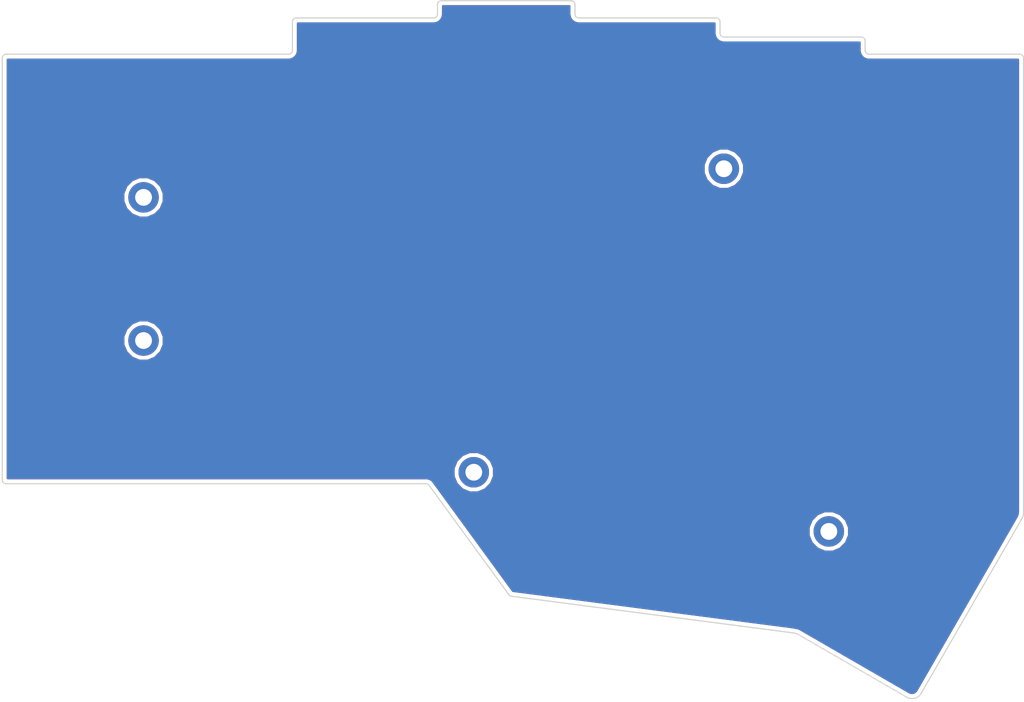
<source format=kicad_pcb>
(kicad_pcb (version 20171130) (host pcbnew "(5.0.0-3-g5ebb6b6)")

  (general
    (thickness 1.6)
    (drawings 51)
    (tracks 0)
    (zones 0)
    (modules 7)
    (nets 1)
  )

  (page A4)
  (title_block
    (title "Corne Cherry")
    (date 2018-08-26)
    (rev 2.0)
    (company foostan)
  )

  (layers
    (0 F.Cu signal)
    (31 B.Cu signal)
    (32 B.Adhes user)
    (33 F.Adhes user)
    (34 B.Paste user)
    (35 F.Paste user)
    (36 B.SilkS user)
    (37 F.SilkS user)
    (38 B.Mask user)
    (39 F.Mask user)
    (40 Dwgs.User user)
    (41 Cmts.User user)
    (42 Eco1.User user)
    (43 Eco2.User user)
    (44 Edge.Cuts user)
    (45 Margin user)
    (46 B.CrtYd user)
    (47 F.CrtYd user)
    (48 B.Fab user)
    (49 F.Fab user)
  )

  (setup
    (last_trace_width 0.25)
    (user_trace_width 0.2)
    (user_trace_width 0.5)
    (trace_clearance 0.2)
    (zone_clearance 0.508)
    (zone_45_only no)
    (trace_min 0.2)
    (segment_width 0.1)
    (edge_width 0.15)
    (via_size 0.6)
    (via_drill 0.4)
    (via_min_size 0.4)
    (via_min_drill 0.3)
    (uvia_size 0.3)
    (uvia_drill 0.1)
    (uvias_allowed no)
    (uvia_min_size 0.2)
    (uvia_min_drill 0.1)
    (pcb_text_width 0.3)
    (pcb_text_size 1.5 1.5)
    (mod_edge_width 0.15)
    (mod_text_size 1 1)
    (mod_text_width 0.15)
    (pad_size 4 4)
    (pad_drill 2.2)
    (pad_to_mask_clearance 0.2)
    (aux_axis_origin 194.75 68)
    (visible_elements FFFFFF7F)
    (pcbplotparams
      (layerselection 0x211f0_ffffffff)
      (usegerberextensions false)
      (usegerberattributes false)
      (usegerberadvancedattributes false)
      (creategerberjobfile false)
      (excludeedgelayer true)
      (linewidth 0.100000)
      (plotframeref false)
      (viasonmask false)
      (mode 1)
      (useauxorigin false)
      (hpglpennumber 1)
      (hpglpenspeed 20)
      (hpglpendiameter 15.000000)
      (psnegative false)
      (psa4output false)
      (plotreference true)
      (plotvalue true)
      (plotinvisibletext false)
      (padsonsilk false)
      (subtractmaskfromsilk true)
      (outputformat 3)
      (mirror false)
      (drillshape 0)
      (scaleselection 1)
      (outputdirectory "dxf/"))
  )

  (net 0 "")

  (net_class Default "これは標準のネット クラスです。"
    (clearance 0.2)
    (trace_width 0.25)
    (via_dia 0.6)
    (via_drill 0.4)
    (uvia_dia 0.3)
    (uvia_drill 0.1)
  )

  (module kbd:corne-mask (layer B.Cu) (tedit 0) (tstamp 5B8974EB)
    (at 83.625 115.725 180)
    (fp_text reference G*** (at 0 0 180) (layer B.SilkS) hide
      (effects (font (size 1.524 1.524) (thickness 0.3)) (justify mirror))
    )
    (fp_text value LOGO (at 0.75 0 180) (layer B.SilkS) hide
      (effects (font (size 1.524 1.524) (thickness 0.3)) (justify mirror))
    )
    (fp_poly (pts (xy -8.165042 7.391789) (xy -8.046744 7.390744) (xy -7.944711 7.387674) (xy -7.854097 7.382051)
      (xy -7.770054 7.373346) (xy -7.687734 7.361031) (xy -7.602289 7.344577) (xy -7.508872 7.323454)
      (xy -7.484416 7.317556) (xy -7.276625 7.259547) (xy -7.069407 7.187422) (xy -6.86564 7.102686)
      (xy -6.668201 7.006849) (xy -6.479968 6.901417) (xy -6.30382 6.787899) (xy -6.142634 6.667803)
      (xy -5.999287 6.542637) (xy -5.991842 6.535505) (xy -5.846991 6.383675) (xy -5.721534 6.225358)
      (xy -5.614801 6.059219) (xy -5.526124 5.883921) (xy -5.454831 5.69813) (xy -5.400255 5.50051)
      (xy -5.361725 5.289724) (xy -5.359566 5.27411) (xy -5.351076 5.192255) (xy -5.345163 5.09466)
      (xy -5.341828 4.986592) (xy -5.341072 4.873321) (xy -5.342895 4.760115) (xy -5.347297 4.652242)
      (xy -5.354279 4.554971) (xy -5.359507 4.505515) (xy -5.399287 4.239662) (xy -5.454873 3.965805)
      (xy -5.526478 3.683266) (xy -5.614312 3.391364) (xy -5.718587 3.089418) (xy -5.839514 2.776749)
      (xy -5.977305 2.452677) (xy -6.042931 2.307167) (xy -6.086661 2.213984) (xy -6.139177 2.105725)
      (xy -6.198777 1.9857) (xy -6.263758 1.857216) (xy -6.332416 1.723583) (xy -6.403047 1.58811)
      (xy -6.47395 1.454104) (xy -6.54342 1.324876) (xy -6.609754 1.203734) (xy -6.625843 1.17475)
      (xy -6.69134 1.055554) (xy -6.760506 0.92684) (xy -6.83169 0.791857) (xy -6.903244 0.653856)
      (xy -6.973516 0.516088) (xy -7.040858 0.381803) (xy -7.103618 0.25425) (xy -7.160148 0.136682)
      (xy -7.208798 0.032346) (xy -7.232905 -0.021166) (xy -7.375727 -0.357455) (xy -7.502979 -0.686422)
      (xy -7.614508 -1.007447) (xy -7.710161 -1.31991) (xy -7.789787 -1.623191) (xy -7.853232 -1.916669)
      (xy -7.900345 -2.199723) (xy -7.930972 -2.471734) (xy -7.944961 -2.73208) (xy -7.944543 -2.915708)
      (xy -7.934709 -3.106847) (xy -7.915828 -3.28163) (xy -7.887235 -3.443139) (xy -7.848263 -3.594452)
      (xy -7.798248 -3.738652) (xy -7.736538 -3.878791) (xy -7.671664 -4.00021) (xy -7.602435 -4.105609)
      (xy -7.525291 -4.200122) (xy -7.482951 -4.244589) (xy -7.361265 -4.351833) (xy -7.228442 -4.441642)
      (xy -7.085814 -4.513683) (xy -6.934713 -4.567627) (xy -6.77647 -4.603142) (xy -6.612418 -4.619896)
      (xy -6.443888 -4.617559) (xy -6.272213 -4.595799) (xy -6.164792 -4.572412) (xy -6.010255 -4.525548)
      (xy -5.864718 -4.464762) (xy -5.72565 -4.38855) (xy -5.59052 -4.295403) (xy -5.456799 -4.183815)
      (xy -5.365146 -4.0964) (xy -5.257444 -3.982941) (xy -5.160511 -3.867988) (xy -5.071257 -3.747218)
      (xy -4.986593 -3.616309) (xy -4.903428 -3.470936) (xy -4.861692 -3.391958) (xy -4.786528 -3.236521)
      (xy -4.717104 -3.073498) (xy -4.654467 -2.906349) (xy -4.599665 -2.738538) (xy -4.553746 -2.573525)
      (xy -4.517757 -2.414773) (xy -4.492746 -2.265744) (xy -4.479761 -2.1299) (xy -4.479761 -2.129895)
      (xy -4.476786 -2.082561) (xy -4.473367 -2.044149) (xy -4.469948 -2.018877) (xy -4.46724 -2.010853)
      (xy -4.457191 -2.019517) (xy -4.439921 -2.042656) (xy -4.418124 -2.076043) (xy -4.394494 -2.115453)
      (xy -4.371724 -2.15666) (xy -4.361293 -2.177042) (xy -4.301365 -2.316056) (xy -4.250159 -2.47286)
      (xy -4.207971 -2.645829) (xy -4.175095 -2.833336) (xy -4.151827 -3.033757) (xy -4.138462 -3.245464)
      (xy -4.135097 -3.423708) (xy -4.144408 -3.717566) (xy -4.172333 -4.00157) (xy -4.218957 -4.276092)
      (xy -4.284361 -4.541505) (xy -4.368628 -4.798179) (xy -4.471841 -5.046486) (xy -4.515789 -5.138208)
      (xy -4.641427 -5.368326) (xy -4.782243 -5.583722) (xy -4.938156 -5.784351) (xy -5.109088 -5.970163)
      (xy -5.294961 -6.141113) (xy -5.495696 -6.297152) (xy -5.711215 -6.438234) (xy -5.941439 -6.56431)
      (xy -6.18629 -6.675333) (xy -6.445689 -6.771257) (xy -6.719557 -6.852033) (xy -7.007816 -6.917614)
      (xy -7.310387 -6.967954) (xy -7.604125 -7.001011) (xy -7.683953 -7.006964) (xy -7.776612 -7.012063)
      (xy -7.878006 -7.016233) (xy -7.984035 -7.0194) (xy -8.090602 -7.02149) (xy -8.19361 -7.022427)
      (xy -8.28896 -7.022138) (xy -8.372555 -7.020549) (xy -8.440297 -7.017584) (xy -8.456084 -7.016481)
      (xy -8.660602 -6.99471) (xy -8.874639 -6.960986) (xy -9.091227 -6.916632) (xy -9.303396 -6.862969)
      (xy -9.37598 -6.842036) (xy -9.627722 -6.759054) (xy -9.882614 -6.659911) (xy -10.137178 -6.546445)
      (xy -10.387936 -6.420494) (xy -10.631409 -6.283898) (xy -10.86412 -6.138495) (xy -11.082589 -5.986122)
      (xy -11.265959 -5.843064) (xy -11.30339 -5.812217) (xy -11.336275 -5.785258) (xy -11.360184 -5.765809)
      (xy -11.36885 -5.758883) (xy -11.377423 -5.754783) (xy -11.389136 -5.755818) (xy -11.406701 -5.76346)
      (xy -11.432835 -5.779181) (xy -11.47025 -5.804452) (xy -11.52166 -5.840747) (xy -11.5276 -5.844985)
      (xy -11.786251 -6.020833) (xy -12.044146 -6.17861) (xy -12.300518 -6.317968) (xy -12.554601 -6.438559)
      (xy -12.805629 -6.540035) (xy -13.052836 -6.622046) (xy -13.295455 -6.684245) (xy -13.431274 -6.710678)
      (xy -13.505264 -6.720905) (xy -13.593775 -6.729193) (xy -13.691412 -6.735371) (xy -13.792785 -6.739269)
      (xy -13.892502 -6.740717) (xy -13.98517 -6.739543) (xy -14.065397 -6.735578) (xy -14.103924 -6.731953)
      (xy -14.334731 -6.694264) (xy -14.562236 -6.635832) (xy -14.786051 -6.556881) (xy -15.005793 -6.457633)
      (xy -15.221075 -6.33831) (xy -15.43151 -6.199135) (xy -15.636714 -6.040331) (xy -15.836301 -5.862119)
      (xy -16.029884 -5.664723) (xy -16.110594 -5.574673) (xy -16.162037 -5.516968) (xy -16.202177 -5.474597)
      (xy -16.230562 -5.448008) (xy -16.246738 -5.437647) (xy -16.249507 -5.437992) (xy -16.262755 -5.448265)
      (xy -16.288084 -5.468081) (xy -16.320951 -5.493881) (xy -16.335774 -5.505538) (xy -16.560884 -5.67232)
      (xy -16.785452 -5.817956) (xy -17.009508 -5.942457) (xy -17.233081 -6.045837) (xy -17.456198 -6.128107)
      (xy -17.678889 -6.189279) (xy -17.901182 -6.229367) (xy -18.043713 -6.243998) (xy -18.231636 -6.248029)
      (xy -18.415534 -6.232396) (xy -18.597013 -6.196772) (xy -18.77768 -6.14083) (xy -18.959143 -6.064246)
      (xy -18.980538 -6.053903) (xy -19.171752 -5.948869) (xy -19.357441 -5.824227) (xy -19.537008 -5.680959)
      (xy -19.709854 -5.520041) (xy -19.875382 -5.342453) (xy -20.032995 -5.149173) (xy -20.182095 -4.941181)
      (xy -20.322084 -4.719454) (xy -20.452365 -4.484972) (xy -20.572341 -4.238713) (xy -20.681413 -3.981656)
      (xy -20.778985 -3.71478) (xy -20.864459 -3.439063) (xy -20.937237 -3.155484) (xy -20.996722 -2.865022)
      (xy -21.022546 -2.709333) (xy -21.043202 -2.565509) (xy -21.059366 -2.432367) (xy -21.07159 -2.30331)
      (xy -21.080423 -2.171741) (xy -21.086415 -2.031063) (xy -21.08958 -1.905) (xy -21.091118 -1.720749)
      (xy -21.088228 -1.551367) (xy -21.080628 -1.390968) (xy -21.068037 -1.233663) (xy -21.050174 -1.073566)
      (xy -21.049586 -1.068916) (xy -21.008639 -0.801401) (xy -20.955078 -0.543229) (xy -20.889409 -0.295197)
      (xy -20.812136 -0.058099) (xy -20.723768 0.16727) (xy -20.624809 0.380115) (xy -20.515765 0.579641)
      (xy -20.397143 0.765052) (xy -20.269449 0.935554) (xy -20.133188 1.090352) (xy -19.988867 1.228651)
      (xy -19.836992 1.349655) (xy -19.678069 1.452569) (xy -19.512604 1.536599) (xy -19.352505 1.597354)
      (xy -19.215421 1.635139) (xy -19.082183 1.658727) (xy -18.945112 1.669148) (xy -18.822459 1.668521)
      (xy -18.747808 1.664729) (xy -18.677381 1.659123) (xy -18.614499 1.652142) (xy -18.56248 1.644222)
      (xy -18.524645 1.635802) (xy -18.504314 1.627318) (xy -18.503354 1.626465) (xy -18.50273 1.614305)
      (xy -18.505234 1.584895) (xy -18.510443 1.541851) (xy -18.517933 1.488789) (xy -18.524316 1.44756)
      (xy -18.56813 1.129165) (xy -18.598897 0.804671) (xy -18.616489 0.478379) (xy -18.620774 0.154585)
      (xy -18.611624 -0.162412) (xy -18.588908 -0.468312) (xy -18.583722 -0.518583) (xy -18.533176 -0.891577)
      (xy -18.462528 -1.258257) (xy -18.371967 -1.618162) (xy -18.261681 -1.970834) (xy -18.131861 -2.315812)
      (xy -17.982694 -2.652635) (xy -17.81437 -2.980844) (xy -17.627078 -3.299979) (xy -17.421006 -3.60958)
      (xy -17.196345 -3.909187) (xy -17.184743 -3.923752) (xy -17.141279 -3.978202) (xy -17.109264 -4.018254)
      (xy -17.086866 -4.045992) (xy -17.072251 -4.063495) (xy -17.063583 -4.072848) (xy -17.05903 -4.076131)
      (xy -17.056757 -4.075426) (xy -17.05493 -4.072815) (xy -17.054185 -4.071962) (xy -17.056014 -4.060683)
      (xy -17.064793 -4.033001) (xy -17.079396 -3.992076) (xy -17.098693 -3.941069) (xy -17.121557 -3.88314)
      (xy -17.121877 -3.882344) (xy -17.25786 -3.516587) (xy -17.37581 -3.139974) (xy -17.475652 -2.752855)
      (xy -17.557313 -2.355578) (xy -17.620717 -1.948493) (xy -17.66579 -1.531949) (xy -17.685636 -1.248833)
      (xy -17.689512 -1.157114) (xy -17.692073 -1.049506) (xy -17.693373 -0.929952) (xy -17.693467 -0.802394)
      (xy -17.692409 -0.670775) (xy -17.690254 -0.539035) (xy -17.687057 -0.411119) (xy -17.682872 -0.290967)
      (xy -17.677754 -0.182523) (xy -17.671757 -0.089728) (xy -17.669154 -0.058208) (xy -17.625527 0.336803)
      (xy -17.566055 0.722092) (xy -17.49097 1.096811) (xy -17.400508 1.460117) (xy -17.2949 1.811163)
      (xy -17.174381 2.149105) (xy -17.039185 2.473097) (xy -16.889545 2.782294) (xy -16.877893 2.804584)
      (xy -16.730226 3.069078) (xy -16.573461 3.318232) (xy -16.40816 3.551542) (xy -16.234882 3.768501)
      (xy -16.054187 3.968605) (xy -15.866636 4.151349) (xy -15.672787 4.316227) (xy -15.473202 4.462736)
      (xy -15.26844 4.590369) (xy -15.059062 4.698622) (xy -14.845626 4.78699) (xy -14.628694 4.854967)
      (xy -14.594655 4.86368) (xy -14.368955 4.909244) (xy -14.143757 4.933834) (xy -13.919597 4.937448)
      (xy -13.69701 4.920084) (xy -13.476532 4.881741) (xy -13.414375 4.867026) (xy -13.366699 4.854263)
      (xy -13.313019 4.838589) (xy -13.257011 4.821235) (xy -13.20235 4.803435) (xy -13.152712 4.78642)
      (xy -13.111772 4.771421) (xy -13.083205 4.759672) (xy -13.070685 4.752404) (xy -13.070417 4.751727)
      (xy -13.074599 4.739117) (xy -13.085847 4.711953) (xy -13.10221 4.674831) (xy -13.113631 4.649783)
      (xy -13.274026 4.280072) (xy -13.42106 3.895827) (xy -13.554118 3.499417) (xy -13.672585 3.093208)
      (xy -13.775846 2.679566) (xy -13.863285 2.260858) (xy -13.934288 1.839451) (xy -13.988239 1.417712)
      (xy -14.00871 1.2065) (xy -14.014 1.131376) (xy -14.018497 1.03972) (xy -14.022187 0.934835)
      (xy -14.025054 0.820024) (xy -14.027084 0.698589) (xy -14.028261 0.573834) (xy -14.02857 0.449061)
      (xy -14.027997 0.327573) (xy -14.026526 0.212674) (xy -14.024143 0.107665) (xy -14.020832 0.015849)
      (xy -14.016579 -0.05947) (xy -14.014573 -0.084666) (xy -13.976274 -0.437628) (xy -13.925289 -0.775015)
      (xy -13.861168 -1.098523) (xy -13.78346 -1.40985) (xy -13.691714 -1.710691) (xy -13.585479 -2.002744)
      (xy -13.464306 -2.287706) (xy -13.385576 -2.453291) (xy -13.351374 -2.520576) (xy -13.312468 -2.593879)
      (xy -13.270175 -2.671002) (xy -13.225812 -2.749749) (xy -13.180696 -2.827923) (xy -13.136145 -2.903327)
      (xy -13.093476 -2.973765) (xy -13.054007 -3.03704) (xy -13.019053 -3.090955) (xy -12.989934 -3.133314)
      (xy -12.967966 -3.161919) (xy -12.954466 -3.174574) (xy -12.952798 -3.175) (xy -12.948424 -3.175272)
      (xy -12.945691 -3.174067) (xy -12.945145 -3.168351) (xy -12.947329 -3.155092) (xy -12.95279 -3.131255)
      (xy -12.962072 -3.093808) (xy -12.97572 -3.039717) (xy -12.980539 -3.020618) (xy -13.059772 -2.667412)
      (xy -13.122738 -2.301424) (xy -13.169462 -1.923386) (xy -13.199967 -1.53403) (xy -13.214277 -1.134089)
      (xy -13.212417 -0.724295) (xy -13.194411 -0.305379) (xy -13.160282 0.121926) (xy -13.110056 0.556887)
      (xy -13.043756 0.998774) (xy -12.961407 1.446853) (xy -12.863031 1.900392) (xy -12.811218 2.115428)
      (xy -12.724938 2.447115) (xy -12.63535 2.760579) (xy -12.541451 3.058636) (xy -12.44224 3.344104)
      (xy -12.336716 3.619799) (xy -12.223877 3.888539) (xy -12.102722 4.15314) (xy -12.043218 4.275667)
      (xy -11.877757 4.594293) (xy -11.703809 4.898262) (xy -11.521854 5.187116) (xy -11.332368 5.460395)
      (xy -11.13583 5.717639) (xy -10.93272 5.958389) (xy -10.723514 6.182186) (xy -10.508692 6.38857)
      (xy -10.288732 6.577081) (xy -10.064112 6.747262) (xy -9.835311 6.898651) (xy -9.602807 7.030789)
      (xy -9.367078 7.143218) (xy -9.128603 7.235478) (xy -8.88786 7.307109) (xy -8.886247 7.307516)
      (xy -8.786855 7.331878) (xy -8.700028 7.35118) (xy -8.621018 7.365977) (xy -8.545079 7.376823)
      (xy -8.467462 7.384275) (xy -8.383419 7.388885) (xy -8.288205 7.39121) (xy -8.17707 7.391803)
      (xy -8.165042 7.391789)) (layer B.Mask) (width 0.01))
    (fp_poly (pts (xy 4.976337 -1.105358) (xy 5.072007 -1.106834) (xy 5.163472 -1.109679) (xy 5.246514 -1.113864)
      (xy 5.316913 -1.119356) (xy 5.36575 -1.125356) (xy 5.60168 -1.172058) (xy 5.826468 -1.235522)
      (xy 6.039493 -1.315417) (xy 6.240139 -1.411412) (xy 6.427786 -1.523179) (xy 6.601814 -1.650386)
      (xy 6.761606 -1.792703) (xy 6.903492 -1.946156) (xy 7.026279 -2.108688) (xy 7.13387 -2.284846)
      (xy 7.225516 -2.472789) (xy 7.300468 -2.670672) (xy 7.357976 -2.876651) (xy 7.397291 -3.088884)
      (xy 7.409283 -3.190383) (xy 7.41461 -3.267158) (xy 7.41744 -3.357442) (xy 7.417911 -3.456362)
      (xy 7.416161 -3.559042) (xy 7.412329 -3.660608) (xy 7.406554 -3.756183) (xy 7.398973 -3.840894)
      (xy 7.389724 -3.909866) (xy 7.388691 -3.915833) (xy 7.355497 -4.079615) (xy 7.316157 -4.228681)
      (xy 7.268724 -4.36906) (xy 7.211249 -4.506783) (xy 7.169876 -4.593166) (xy 7.068002 -4.773167)
      (xy 6.948527 -4.942069) (xy 6.812312 -5.099125) (xy 6.660217 -5.243589) (xy 6.493104 -5.374713)
      (xy 6.311833 -5.491752) (xy 6.117265 -5.593958) (xy 5.920401 -5.676818) (xy 5.713484 -5.743988)
      (xy 5.49609 -5.795461) (xy 5.272553 -5.830661) (xy 5.047208 -5.849014) (xy 4.824388 -5.849945)
      (xy 4.683125 -5.84095) (xy 4.451041 -5.81027) (xy 4.227439 -5.762089) (xy 4.013213 -5.696985)
      (xy 3.809258 -5.615536) (xy 3.61647 -5.51832) (xy 3.435743 -5.405914) (xy 3.267974 -5.278897)
      (xy 3.114057 -5.137847) (xy 2.974887 -4.983341) (xy 2.851361 -4.815957) (xy 2.744373 -4.636274)
      (xy 2.709119 -4.566708) (xy 2.641212 -4.415466) (xy 2.586406 -4.267972) (xy 2.543449 -4.119317)
      (xy 2.511087 -3.964591) (xy 2.488069 -3.798884) (xy 2.475183 -3.649803) (xy 2.471851 -3.522655)
      (xy 3.303265 -3.522655) (xy 3.305651 -3.620399) (xy 3.312656 -3.709076) (xy 3.324845 -3.794588)
      (xy 3.342781 -3.882841) (xy 3.354911 -3.933144) (xy 3.408315 -4.103201) (xy 3.479783 -4.263135)
      (xy 3.568318 -4.412026) (xy 3.672922 -4.548953) (xy 3.792598 -4.672995) (xy 3.926347 -4.783232)
      (xy 4.073174 -4.878743) (xy 4.232079 -4.958608) (xy 4.402066 -5.021905) (xy 4.582138 -5.067715)
      (xy 4.5848 -5.068242) (xy 4.634943 -5.078087) (xy 4.675432 -5.085574) (xy 4.710342 -5.090978)
      (xy 4.74375 -5.094579) (xy 4.779734 -5.096652) (xy 4.822371 -5.097476) (xy 4.875737 -5.097328)
      (xy 4.943909 -5.096486) (xy 4.990041 -5.095814) (xy 5.071372 -5.094354) (xy 5.135842 -5.092392)
      (xy 5.187756 -5.089563) (xy 5.231419 -5.085498) (xy 5.271135 -5.079831) (xy 5.311211 -5.072196)
      (xy 5.339291 -5.066049) (xy 5.524835 -5.014189) (xy 5.697847 -4.945798) (xy 5.857722 -4.861483)
      (xy 6.003851 -4.761849) (xy 6.135627 -4.647505) (xy 6.252445 -4.519057) (xy 6.353696 -4.37711)
      (xy 6.438774 -4.222273) (xy 6.507072 -4.055151) (xy 6.557983 -3.876351) (xy 6.565843 -3.840126)
      (xy 6.588184 -3.694652) (xy 6.598187 -3.539248) (xy 6.596162 -3.37933) (xy 6.582415 -3.220311)
      (xy 6.557257 -3.067604) (xy 6.520995 -2.926625) (xy 6.512275 -2.899833) (xy 6.444501 -2.73107)
      (xy 6.360071 -2.574922) (xy 6.259739 -2.431969) (xy 6.14426 -2.302791) (xy 6.01439 -2.187968)
      (xy 5.870882 -2.088078) (xy 5.714493 -2.003701) (xy 5.545977 -1.935418) (xy 5.366089 -1.883808)
      (xy 5.175585 -1.84945) (xy 5.138208 -1.844915) (xy 5.067896 -1.837631) (xy 5.010638 -1.833508)
      (xy 4.958582 -1.832411) (xy 4.903872 -1.834209) (xy 4.838654 -1.838765) (xy 4.828038 -1.839632)
      (xy 4.629719 -1.864636) (xy 4.444601 -1.905924) (xy 4.272019 -1.963789) (xy 4.11131 -2.03852)
      (xy 3.96181 -2.130409) (xy 3.822857 -2.239745) (xy 3.743216 -2.314905) (xy 3.629008 -2.443457)
      (xy 3.532551 -2.581597) (xy 3.452536 -2.731465) (xy 3.387655 -2.895202) (xy 3.38666 -2.898164)
      (xy 3.358362 -2.990673) (xy 3.337006 -3.080535) (xy 3.321685 -3.173431) (xy 3.311492 -3.275042)
      (xy 3.305519 -3.391051) (xy 3.304934 -3.409938) (xy 3.303265 -3.522655) (xy 2.471851 -3.522655)
      (xy 2.469068 -3.416487) (xy 2.481984 -3.189489) (xy 2.513657 -2.969623) (xy 2.563812 -2.757701)
      (xy 2.632176 -2.554534) (xy 2.718474 -2.360936) (xy 2.822432 -2.177719) (xy 2.943776 -2.005695)
      (xy 3.082232 -1.845677) (xy 3.085041 -1.842743) (xy 3.240353 -1.695383) (xy 3.408319 -1.56407)
      (xy 3.589304 -1.448628) (xy 3.783673 -1.348882) (xy 3.991791 -1.264654) (xy 4.214022 -1.19577)
      (xy 4.450732 -1.142053) (xy 4.582583 -1.119611) (xy 4.635991 -1.113773) (xy 4.706289 -1.10946)
      (xy 4.789259 -1.10664) (xy 4.880681 -1.105283) (xy 4.976337 -1.105358)) (layer B.Mask) (width 0.01))
    (fp_poly (pts (xy 18.590748 -1.110289) (xy 18.71064 -1.117007) (xy 18.824233 -1.1291) (xy 18.938752 -1.147164)
      (xy 18.946866 -1.148645) (xy 19.167365 -1.199128) (xy 19.378443 -1.267505) (xy 19.579124 -1.353276)
      (xy 19.768434 -1.455941) (xy 19.945397 -1.575001) (xy 20.109038 -1.709955) (xy 20.186301 -1.783985)
      (xy 20.326967 -1.940049) (xy 20.45009 -2.10721) (xy 20.555813 -2.285784) (xy 20.644281 -2.47609)
      (xy 20.715636 -2.678445) (xy 20.770022 -2.893167) (xy 20.807584 -3.120573) (xy 20.813286 -3.169401)
      (xy 20.819557 -3.239967) (xy 20.823771 -3.314829) (xy 20.825965 -3.390329) (xy 20.826177 -3.462812)
      (xy 20.824444 -3.52862) (xy 20.820803 -3.584097) (xy 20.815291 -3.625587) (xy 20.808417 -3.648604)
      (xy 20.795505 -3.672416) (xy 16.909255 -3.672416) (xy 16.916616 -3.76502) (xy 16.937156 -3.922647)
      (xy 16.973469 -4.069796) (xy 17.026823 -4.211404) (xy 17.036773 -4.233333) (xy 17.113424 -4.373982)
      (xy 17.208218 -4.506468) (xy 17.319262 -4.629467) (xy 17.444666 -4.741652) (xy 17.582539 -4.841697)
      (xy 17.730991 -4.928277) (xy 17.88813 -5.000065) (xy 18.052067 -5.055737) (xy 18.22091 -5.093965)
      (xy 18.276105 -5.102357) (xy 18.393412 -5.111738) (xy 18.52304 -5.111074) (xy 18.659004 -5.100947)
      (xy 18.795319 -5.081937) (xy 18.926 -5.054626) (xy 19.010713 -5.030947) (xy 19.067981 -5.010321)
      (xy 19.135863 -4.981779) (xy 19.207913 -4.948402) (xy 19.277682 -4.913275) (xy 19.338723 -4.879481)
      (xy 19.375208 -4.856653) (xy 19.507947 -4.754179) (xy 19.629268 -4.634491) (xy 19.737825 -4.498991)
      (xy 19.783083 -4.43177) (xy 19.835285 -4.34975) (xy 20.257559 -4.34975) (xy 20.366176 -4.349863)
      (xy 20.455347 -4.350241) (xy 20.526792 -4.350942) (xy 20.58223 -4.352022) (xy 20.623382 -4.353539)
      (xy 20.651967 -4.355549) (xy 20.669704 -4.358111) (xy 20.678314 -4.361281) (xy 20.679833 -4.3638)
      (xy 20.676045 -4.380285) (xy 20.666137 -4.40973) (xy 20.652909 -4.44411) (xy 20.561845 -4.641154)
      (xy 20.454352 -4.825168) (xy 20.33102 -4.995708) (xy 20.192437 -5.152332) (xy 20.039192 -5.294595)
      (xy 19.871876 -5.422054) (xy 19.691076 -5.534265) (xy 19.497383 -5.630785) (xy 19.291385 -5.711171)
      (xy 19.073671 -5.774978) (xy 18.844831 -5.821763) (xy 18.817166 -5.826134) (xy 18.74346 -5.834913)
      (xy 18.654591 -5.841524) (xy 18.556464 -5.84586) (xy 18.454982 -5.847816) (xy 18.356048 -5.847286)
      (xy 18.265566 -5.844165) (xy 18.18944 -5.838344) (xy 18.182166 -5.837531) (xy 17.948591 -5.800859)
      (xy 17.725533 -5.746416) (xy 17.513427 -5.674401) (xy 17.312704 -5.585012) (xy 17.123798 -5.478449)
      (xy 16.947142 -5.354911) (xy 16.783167 -5.214595) (xy 16.744741 -5.177448) (xy 16.600245 -5.019799)
      (xy 16.473388 -4.850548) (xy 16.364259 -4.669933) (xy 16.272953 -4.478194) (xy 16.19956 -4.27557)
      (xy 16.144174 -4.062298) (xy 16.106887 -3.838617) (xy 16.08779 -3.604767) (xy 16.085075 -3.471333)
      (xy 16.094026 -3.232117) (xy 16.12065 -3.004368) (xy 16.129037 -2.963435) (xy 16.949861 -2.963435)
      (xy 16.950196 -2.975514) (xy 16.961288 -2.976689) (xy 16.992087 -2.977779) (xy 17.041136 -2.978786)
      (xy 17.106976 -2.979708) (xy 17.188147 -2.980547) (xy 17.283192 -2.981301) (xy 17.390651 -2.981972)
      (xy 17.509066 -2.982558) (xy 17.636978 -2.983061) (xy 17.772929 -2.983479) (xy 17.91546 -2.983814)
      (xy 18.063112 -2.984065) (xy 18.214426 -2.984232) (xy 18.367944 -2.984315) (xy 18.522208 -2.984315)
      (xy 18.675758 -2.98423) (xy 18.827137 -2.984062) (xy 18.974884 -2.98381) (xy 19.117542 -2.983474)
      (xy 19.253652 -2.983054) (xy 19.381755 -2.982551) (xy 19.500393 -2.981963) (xy 19.608107 -2.981293)
      (xy 19.703438 -2.980538) (xy 19.784928 -2.9797) (xy 19.851118 -2.978778) (xy 19.900549 -2.977772)
      (xy 19.931763 -2.976683) (xy 19.943301 -2.97551) (xy 19.943323 -2.975483) (xy 19.943635 -2.960193)
      (xy 19.937903 -2.929154) (xy 19.927311 -2.886514) (xy 19.913045 -2.836418) (xy 19.896289 -2.783012)
      (xy 19.878228 -2.730441) (xy 19.860048 -2.682853) (xy 19.858849 -2.679931) (xy 19.800043 -2.55288)
      (xy 19.733434 -2.440514) (xy 19.654933 -2.336676) (xy 19.568854 -2.243548) (xy 19.447129 -2.136948)
      (xy 19.310953 -2.045613) (xy 19.160748 -1.969749) (xy 18.996939 -1.909559) (xy 18.819946 -1.86525)
      (xy 18.769541 -1.855966) (xy 18.690335 -1.845981) (xy 18.596388 -1.839838) (xy 18.493764 -1.837488)
      (xy 18.388529 -1.838882) (xy 18.286746 -1.843973) (xy 18.194482 -1.852711) (xy 18.138662 -1.860999)
      (xy 17.957782 -1.902704) (xy 17.788954 -1.960708) (xy 17.632854 -2.034481) (xy 17.490161 -2.12349)
      (xy 17.361552 -2.227204) (xy 17.247703 -2.345089) (xy 17.149292 -2.476615) (xy 17.066997 -2.621249)
      (xy 17.013778 -2.74455) (xy 16.995897 -2.794788) (xy 16.979381 -2.846096) (xy 16.965414 -2.894173)
      (xy 16.955179 -2.93472) (xy 16.949861 -2.963435) (xy 16.129037 -2.963435) (xy 16.165034 -2.787771)
      (xy 16.227267 -2.582014) (xy 16.307435 -2.386782) (xy 16.405625 -2.201763) (xy 16.464609 -2.108326)
      (xy 16.52348 -2.02344) (xy 16.580453 -1.948993) (xy 16.640877 -1.878596) (xy 16.710101 -1.805862)
      (xy 16.755376 -1.761075) (xy 16.9148 -1.620629) (xy 17.087368 -1.496294) (xy 17.272039 -1.388466)
      (xy 17.467771 -1.297547) (xy 17.673524 -1.223934) (xy 17.888255 -1.168029) (xy 18.110924 -1.130229)
      (xy 18.340489 -1.110935) (xy 18.457333 -1.108353) (xy 18.590748 -1.110289)) (layer B.Mask) (width 0.01))
    (fp_poly (pts (xy -0.101858 -1.107164) (xy -0.003336 -1.109928) (xy 0.083147 -1.115145) (xy 0.162127 -1.123308)
      (xy 0.238144 -1.134915) (xy 0.315735 -1.15046) (xy 0.399439 -1.17044) (xy 0.421384 -1.176065)
      (xy 0.641117 -1.24276) (xy 0.847949 -1.325423) (xy 1.041384 -1.423614) (xy 1.220928 -1.536893)
      (xy 1.386085 -1.664821) (xy 1.536361 -1.806958) (xy 1.671259 -1.962865) (xy 1.790285 -2.132102)
      (xy 1.892943 -2.314229) (xy 1.978739 -2.508807) (xy 2.00558 -2.582333) (xy 2.019009 -2.623519)
      (xy 2.0342 -2.673842) (xy 2.049949 -2.728843) (xy 2.065054 -2.784062) (xy 2.078311 -2.835039)
      (xy 2.088518 -2.877315) (xy 2.09447 -2.90643) (xy 2.0955 -2.915621) (xy 2.085288 -2.91679)
      (xy 2.056143 -2.917871) (xy 2.010294 -2.918837) (xy 1.949976 -2.919659) (xy 1.87742 -2.920309)
      (xy 1.794858 -2.920759) (xy 1.704521 -2.920981) (xy 1.669056 -2.921) (xy 1.242612 -2.921)
      (xy 1.212987 -2.830031) (xy 1.150042 -2.670355) (xy 1.068926 -2.520735) (xy 0.970702 -2.382389)
      (xy 0.856433 -2.256537) (xy 0.727184 -2.144397) (xy 0.584015 -2.047189) (xy 0.481541 -1.991369)
      (xy 0.324382 -1.925075) (xy 0.158288 -1.876771) (xy -0.014238 -1.846636) (xy -0.190693 -1.834847)
      (xy -0.368577 -1.841585) (xy -0.545386 -1.867027) (xy -0.703629 -1.906704) (xy -0.869012 -1.967765)
      (xy -1.024325 -2.046509) (xy -1.168296 -2.141703) (xy -1.299658 -2.252114) (xy -1.41714 -2.376508)
      (xy -1.519472 -2.513651) (xy -1.605386 -2.662311) (xy -1.67361 -2.821253) (xy -1.687865 -2.862791)
      (xy -1.732541 -3.028642) (xy -1.762218 -3.203694) (xy -1.77692 -3.383975) (xy -1.77667 -3.565513)
      (xy -1.761492 -3.744334) (xy -1.731411 -3.916466) (xy -1.686449 -4.077935) (xy -1.680499 -4.09515)
      (xy -1.610952 -4.26221) (xy -1.525007 -4.416457) (xy -1.423277 -4.557189) (xy -1.306379 -4.683701)
      (xy -1.174927 -4.795289) (xy -1.029537 -4.891252) (xy -0.94432 -4.936885) (xy -0.78078 -5.006672)
      (xy -0.611031 -5.057951) (xy -0.437208 -5.090779) (xy -0.261447 -5.105211) (xy -0.085886 -5.101305)
      (xy 0.087341 -5.079118) (xy 0.256097 -5.038707) (xy 0.418245 -4.980128) (xy 0.571651 -4.903438)
      (xy 0.583941 -4.896251) (xy 0.700092 -4.818177) (xy 0.813187 -4.724488) (xy 0.917521 -4.620452)
      (xy 1.007391 -4.511339) (xy 1.020848 -4.492625) (xy 1.065872 -4.422387) (xy 1.111904 -4.339735)
      (xy 1.155098 -4.252339) (xy 1.191605 -4.167869) (xy 1.212325 -4.11092) (xy 1.241359 -4.021666)
      (xy 2.095903 -4.021666) (xy 2.089507 -4.05077) (xy 2.034632 -4.262569) (xy 1.966156 -4.458994)
      (xy 1.883268 -4.641539) (xy 1.785155 -4.811696) (xy 1.671004 -4.97096) (xy 1.540003 -5.120823)
      (xy 1.468761 -5.191903) (xy 1.307727 -5.331222) (xy 1.133543 -5.454167) (xy 0.946783 -5.560483)
      (xy 0.748021 -5.649912) (xy 0.53783 -5.722197) (xy 0.316784 -5.77708) (xy 0.085455 -5.814305)
      (xy 0.079334 -5.815032) (xy 0.008677 -5.821417) (xy -0.076179 -5.82603) (xy -0.16947 -5.828821)
      (xy -0.265431 -5.829741) (xy -0.358297 -5.828743) (xy -0.442303 -5.825777) (xy -0.511683 -5.820794)
      (xy -0.518584 -5.820077) (xy -0.747404 -5.785591) (xy -0.967424 -5.732818) (xy -1.177826 -5.662124)
      (xy -1.377792 -5.573876) (xy -1.566504 -5.468441) (xy -1.743146 -5.346185) (xy -1.906899 -5.207475)
      (xy -1.926455 -5.188965) (xy -1.974338 -5.141772) (xy -2.023053 -5.091511) (xy -2.067483 -5.043597)
      (xy -2.102512 -5.003448) (xy -2.108186 -4.996521) (xy -2.23387 -4.82394) (xy -2.341908 -4.639999)
      (xy -2.432113 -4.445309) (xy -2.504296 -4.240479) (xy -2.558271 -4.026119) (xy -2.593849 -3.802836)
      (xy -2.610842 -3.57124) (xy -2.610437 -3.3655) (xy -2.593101 -3.129022) (xy -2.558279 -2.90438)
      (xy -2.505882 -2.691353) (xy -2.435823 -2.489722) (xy -2.348015 -2.299268) (xy -2.242369 -2.11977)
      (xy -2.118798 -1.951009) (xy -1.985153 -1.800874) (xy -1.827019 -1.653594) (xy -1.655977 -1.523051)
      (xy -1.472163 -1.409314) (xy -1.275712 -1.312449) (xy -1.066759 -1.232522) (xy -0.845438 -1.169601)
      (xy -0.62227 -1.125387) (xy -0.576792 -1.118993) (xy -0.528591 -1.114111) (xy -0.474118 -1.110574)
      (xy -0.409825 -1.108216) (xy -0.332161 -1.10687) (xy -0.237578 -1.10637) (xy -0.216959 -1.106356)
      (xy -0.101858 -1.107164)) (layer B.Mask) (width 0.01))
    (fp_poly (pts (xy 10.238559 -1.077505) (xy 10.296095 -1.082273) (xy 10.364817 -1.089494) (xy 10.439892 -1.098574)
      (xy 10.516486 -1.108919) (xy 10.589767 -1.119934) (xy 10.654902 -1.131027) (xy 10.670645 -1.133993)
      (xy 10.7315 -1.145753) (xy 10.7315 -1.510215) (xy 10.731444 -1.607715) (xy 10.73121 -1.686083)
      (xy 10.73069 -1.747352) (xy 10.72978 -1.793556) (xy 10.728376 -1.826728) (xy 10.726372 -1.848903)
      (xy 10.723663 -1.862113) (xy 10.720145 -1.868394) (xy 10.715712 -1.869778) (xy 10.712979 -1.869229)
      (xy 10.549264 -1.832016) (xy 10.380638 -1.814906) (xy 10.209038 -1.817975) (xy 10.036399 -1.841295)
      (xy 10.028166 -1.842915) (xy 9.863211 -1.886317) (xy 9.707418 -1.948795) (xy 9.560854 -2.030314)
      (xy 9.423585 -2.130838) (xy 9.319672 -2.225754) (xy 9.213582 -2.342937) (xy 9.123797 -2.466374)
      (xy 9.048797 -2.598914) (xy 8.987059 -2.743406) (xy 8.937062 -2.902702) (xy 8.918708 -2.976837)
      (xy 8.915432 -2.991411) (xy 8.912488 -3.005915) (xy 8.909854 -3.02151) (xy 8.90751 -3.03936)
      (xy 8.905435 -3.060628) (xy 8.903607 -3.086478) (xy 8.902007 -3.118073) (xy 8.900612 -3.156577)
      (xy 8.899403 -3.203152) (xy 8.898357 -3.258961) (xy 8.897455 -3.32517) (xy 8.896675 -3.402939)
      (xy 8.895997 -3.493434) (xy 8.895399 -3.597816) (xy 8.894861 -3.71725) (xy 8.894362 -3.852899)
      (xy 8.89388 -4.005926) (xy 8.893396 -4.177494) (xy 8.892887 -4.368767) (xy 8.89275 -4.421187)
      (xy 8.889236 -5.767916) (xy 8.483923 -5.767916) (xy 8.393301 -5.767738) (xy 8.309374 -5.76723)
      (xy 8.234485 -5.766432) (xy 8.170977 -5.765385) (xy 8.121193 -5.764128) (xy 8.087476 -5.762701)
      (xy 8.072169 -5.761146) (xy 8.071555 -5.760861) (xy 8.070941 -5.749848) (xy 8.070349 -5.718847)
      (xy 8.069782 -5.669036) (xy 8.06924 -5.601592) (xy 8.068722 -5.517696) (xy 8.068231 -5.418524)
      (xy 8.067766 -5.305254) (xy 8.067328 -5.179066) (xy 8.066919 -5.041138) (xy 8.066538 -4.892647)
      (xy 8.066187 -4.734772) (xy 8.065865 -4.568691) (xy 8.065575 -4.395582) (xy 8.065316 -4.216624)
      (xy 8.065088 -4.032996) (xy 8.064894 -3.845874) (xy 8.064733 -3.656438) (xy 8.064607 -3.465865)
      (xy 8.064515 -3.275334) (xy 8.064459 -3.086024) (xy 8.064438 -2.899112) (xy 8.064455 -2.715777)
      (xy 8.06451 -2.537196) (xy 8.064602 -2.364549) (xy 8.064734 -2.199014) (xy 8.064905 -2.041768)
      (xy 8.065116 -1.89399) (xy 8.065369 -1.756858) (xy 8.065663 -1.631551) (xy 8.065999 -1.519247)
      (xy 8.066379 -1.421123) (xy 8.066802 -1.338359) (xy 8.06727 -1.272132) (xy 8.067783 -1.223622)
      (xy 8.068341 -1.194005) (xy 8.068901 -1.184451) (xy 8.080106 -1.183544) (xy 8.110163 -1.182846)
      (xy 8.156758 -1.182366) (xy 8.217577 -1.182113) (xy 8.290306 -1.182095) (xy 8.372632 -1.182321)
      (xy 8.462242 -1.182799) (xy 8.481651 -1.182931) (xy 8.89 -1.185821) (xy 8.89 -1.45016)
      (xy 8.890157 -1.537174) (xy 8.8909 -1.60469) (xy 8.892634 -1.654376) (xy 8.895765 -1.687901)
      (xy 8.900697 -1.706931) (xy 8.907836 -1.713135) (xy 8.917587 -1.708181) (xy 8.930355 -1.693736)
      (xy 8.94449 -1.674386) (xy 9.002862 -1.601456) (xy 9.07658 -1.524638) (xy 9.161309 -1.44783)
      (xy 9.252716 -1.374932) (xy 9.346464 -1.309844) (xy 9.357518 -1.302836) (xy 9.464109 -1.244234)
      (xy 9.584976 -1.192054) (xy 9.713621 -1.148649) (xy 9.843548 -1.116372) (xy 9.900582 -1.106124)
      (xy 9.953491 -1.098593) (xy 10.013486 -1.091243) (xy 10.07456 -1.08469) (xy 10.130707 -1.079549)
      (xy 10.175922 -1.076432) (xy 10.197041 -1.075783) (xy 10.238559 -1.077505)) (layer B.Mask) (width 0.01))
    (fp_poly (pts (xy 13.711867 -1.11101) (xy 13.922039 -1.131224) (xy 14.116596 -1.164621) (xy 14.296852 -1.211675)
      (xy 14.464119 -1.272862) (xy 14.619712 -1.348655) (xy 14.764943 -1.439531) (xy 14.891428 -1.537629)
      (xy 15.014501 -1.656357) (xy 15.125477 -1.791844) (xy 15.223876 -1.943159) (xy 15.309221 -2.109368)
      (xy 15.38103 -2.289538) (xy 15.438827 -2.482737) (xy 15.482131 -2.688031) (xy 15.482154 -2.688166)
      (xy 15.489074 -2.729173) (xy 15.495309 -2.767473) (xy 15.500893 -2.804331) (xy 15.505863 -2.841007)
      (xy 15.510255 -2.878766) (xy 15.514104 -2.91887) (xy 15.517445 -2.962582) (xy 15.520316 -3.011165)
      (xy 15.522752 -3.06588) (xy 15.524787 -3.127993) (xy 15.526459 -3.198764) (xy 15.527803 -3.279457)
      (xy 15.528855 -3.371334) (xy 15.52965 -3.475659) (xy 15.530225 -3.593695) (xy 15.530615 -3.726703)
      (xy 15.530856 -3.875947) (xy 15.530983 -4.042689) (xy 15.531033 -4.228193) (xy 15.531041 -4.41325)
      (xy 15.531041 -5.762625) (xy 15.121409 -5.765394) (xy 14.711778 -5.768164) (xy 14.708143 -4.373686)
      (xy 14.707614 -4.173412) (xy 14.707114 -3.993132) (xy 14.706622 -3.831673) (xy 14.706118 -3.687864)
      (xy 14.705582 -3.560532) (xy 14.704993 -3.448505) (xy 14.704331 -3.350609) (xy 14.703577 -3.265674)
      (xy 14.70271 -3.192525) (xy 14.701709 -3.129991) (xy 14.700555 -3.076899) (xy 14.699228 -3.032078)
      (xy 14.697707 -2.994354) (xy 14.695972 -2.962555) (xy 14.694003 -2.935508) (xy 14.691779 -2.912042)
      (xy 14.689282 -2.890984) (xy 14.686489 -2.871161) (xy 14.683382 -2.851401) (xy 14.681778 -2.841625)
      (xy 14.654832 -2.699536) (xy 14.623446 -2.575361) (xy 14.586439 -2.466101) (xy 14.542631 -2.368756)
      (xy 14.490843 -2.280326) (xy 14.429893 -2.197811) (xy 14.427174 -2.194502) (xy 14.338395 -2.103363)
      (xy 14.233668 -2.025356) (xy 14.113882 -1.960787) (xy 13.979925 -1.909961) (xy 13.832687 -1.873183)
      (xy 13.673056 -1.850759) (xy 13.501922 -1.842994) (xy 13.409083 -1.844834) (xy 13.237416 -1.859583)
      (xy 13.079586 -1.889557) (xy 12.934134 -1.935349) (xy 12.799597 -1.997556) (xy 12.674514 -2.076775)
      (xy 12.557424 -2.1736) (xy 12.524077 -2.205732) (xy 12.429431 -2.310294) (xy 12.348852 -2.422353)
      (xy 12.280919 -2.544638) (xy 12.224211 -2.679877) (xy 12.177307 -2.830801) (xy 12.158004 -2.908984)
      (xy 12.154632 -2.923924) (xy 12.151596 -2.938526) (xy 12.148874 -2.953941) (xy 12.146443 -2.971322)
      (xy 12.14428 -2.991819) (xy 12.142364 -3.016585) (xy 12.14067 -3.046771) (xy 12.139176 -3.083528)
      (xy 12.137861 -3.12801) (xy 12.1367 -3.181367) (xy 12.135672 -3.244751) (xy 12.134754 -3.319313)
      (xy 12.133923 -3.406206) (xy 12.133156 -3.506581) (xy 12.132431 -3.62159) (xy 12.131725 -3.752384)
      (xy 12.131016 -3.900116) (xy 12.13028 -4.065936) (xy 12.129496 -4.250997) (xy 12.12893 -4.386791)
      (xy 12.123208 -5.762625) (xy 11.707812 -5.765393) (xy 11.292416 -5.768162) (xy 11.292416 -1.17475)
      (xy 12.1285 -1.17475) (xy 12.1285 -1.439333) (xy 12.128676 -1.526555) (xy 12.129456 -1.594275)
      (xy 12.131217 -1.644152) (xy 12.134337 -1.67785) (xy 12.139192 -1.697031) (xy 12.14616 -1.703356)
      (xy 12.155618 -1.698488) (xy 12.167943 -1.684088) (xy 12.180127 -1.666813) (xy 12.2118 -1.62658)
      (xy 12.256544 -1.578179) (xy 12.310091 -1.525586) (xy 12.368175 -1.472776) (xy 12.426531 -1.423726)
      (xy 12.48089 -1.382409) (xy 12.497961 -1.370658) (xy 12.589251 -1.3138) (xy 12.677661 -1.267751)
      (xy 12.771142 -1.228804) (xy 12.87765 -1.193252) (xy 12.880318 -1.192444) (xy 13.046008 -1.15115)
      (xy 13.225308 -1.122831) (xy 13.414855 -1.107816) (xy 13.611285 -1.106433) (xy 13.711867 -1.11101)) (layer B.Mask) (width 0.01))
  )

  (module kbd:LEGO_HOLE (layer F.Cu) (tedit 5B895A2E) (tstamp 5AAA5A9F)
    (at 79.5 105.5)
    (descr "Mounting Hole 2.2mm, no annular, M2")
    (tags "mounting hole 2.2mm no annular m2")
    (attr virtual)
    (fp_text reference "" (at 0 -3.2) (layer F.SilkS)
      (effects (font (size 1 1) (thickness 0.15)))
    )
    (fp_text value "" (at 0 3.2) (layer F.Fab)
      (effects (font (size 1 1) (thickness 0.15)))
    )
    (fp_text user %R (at 0.3 0) (layer F.Fab)
      (effects (font (size 1 1) (thickness 0.15)))
    )
    (fp_circle (center 0 0) (end 2.2 0) (layer Cmts.User) (width 0.15))
    (fp_circle (center 0 0) (end 2.45 0) (layer F.CrtYd) (width 0.05))
    (pad "" thru_hole circle (at 0 0) (size 4 4) (drill 2.2) (layers *.Cu *.Mask))
  )

  (module kbd:LEGO_HOLE (layer F.Cu) (tedit 5B895A28) (tstamp 5AAA5A7C)
    (at 79.5 86.75)
    (descr "Mounting Hole 2.2mm, no annular, M2")
    (tags "mounting hole 2.2mm no annular m2")
    (attr virtual)
    (fp_text reference "" (at 0 -3.2) (layer F.SilkS)
      (effects (font (size 1 1) (thickness 0.15)))
    )
    (fp_text value "" (at 0 3.2) (layer F.Fab)
      (effects (font (size 1 1) (thickness 0.15)))
    )
    (fp_text user %R (at 0.3 0) (layer F.Fab)
      (effects (font (size 1 1) (thickness 0.15)))
    )
    (fp_circle (center 0 0) (end 2.2 0) (layer Cmts.User) (width 0.15))
    (fp_circle (center 0 0) (end 2.45 0) (layer F.CrtYd) (width 0.05))
    (pad "" thru_hole circle (at 0 0) (size 4 4) (drill 2.2) (layers *.Cu *.Mask))
  )

  (module kbd:LEGO_HOLE (layer F.Cu) (tedit 5B895A35) (tstamp 5AAA7C39)
    (at 155.5 83)
    (descr "Mounting Hole 2.2mm, no annular, M2")
    (tags "mounting hole 2.2mm no annular m2")
    (attr virtual)
    (fp_text reference "" (at 0 -3.2) (layer F.SilkS)
      (effects (font (size 1 1) (thickness 0.15)))
    )
    (fp_text value "" (at 0 3.2) (layer F.Fab)
      (effects (font (size 1 1) (thickness 0.15)))
    )
    (fp_text user %R (at 0.3 0) (layer F.Fab)
      (effects (font (size 1 1) (thickness 0.15)))
    )
    (fp_circle (center 0 0) (end 2.2 0) (layer Cmts.User) (width 0.15))
    (fp_circle (center 0 0) (end 2.45 0) (layer F.CrtYd) (width 0.05))
    (pad "" thru_hole circle (at 0 0) (size 4 4) (drill 2.2) (layers *.Cu *.Mask))
  )

  (module kbd:LEGO_HOLE (layer F.Cu) (tedit 5B895A3F) (tstamp 5AAA7C4A)
    (at 122.75 122.75)
    (descr "Mounting Hole 2.2mm, no annular, M2")
    (tags "mounting hole 2.2mm no annular m2")
    (attr virtual)
    (fp_text reference "" (at 0 -3.2) (layer F.SilkS)
      (effects (font (size 1 1) (thickness 0.15)))
    )
    (fp_text value "" (at 0 3.2) (layer F.Fab)
      (effects (font (size 1 1) (thickness 0.15)))
    )
    (fp_text user %R (at 0.3 0) (layer F.Fab)
      (effects (font (size 1 1) (thickness 0.15)))
    )
    (fp_circle (center 0 0) (end 2.2 0) (layer Cmts.User) (width 0.15))
    (fp_circle (center 0 0) (end 2.45 0) (layer F.CrtYd) (width 0.05))
    (pad "" thru_hole circle (at 0 0) (size 4 4) (drill 2.2) (layers *.Cu *.Mask))
  )

  (module kbd:LEGO_HOLE (layer F.Cu) (tedit 5B895A4D) (tstamp 5AAA7D53)
    (at 169.25 130.5)
    (descr "Mounting Hole 2.2mm, no annular, M2")
    (tags "mounting hole 2.2mm no annular m2")
    (attr virtual)
    (fp_text reference "" (at 0 -3.2) (layer F.SilkS)
      (effects (font (size 1 1) (thickness 0.15)))
    )
    (fp_text value "" (at 0 3.2) (layer F.Fab)
      (effects (font (size 1 1) (thickness 0.15)))
    )
    (fp_text user %R (at 0.3 0) (layer F.Fab)
      (effects (font (size 1 1) (thickness 0.15)))
    )
    (fp_circle (center 0 0) (end 2.2 0) (layer Cmts.User) (width 0.15))
    (fp_circle (center 0 0) (end 2.45 0) (layer F.CrtYd) (width 0.05))
    (pad "" thru_hole circle (at 0 0) (size 4 4) (drill 2.2) (layers *.Cu *.Mask))
  )

  (module kbd:corne-mask (layer F.Cu) (tedit 0) (tstamp 5B8974B1)
    (at 84.125 115.725)
    (fp_text reference G*** (at 0 0) (layer F.SilkS) hide
      (effects (font (size 1.524 1.524) (thickness 0.3)))
    )
    (fp_text value LOGO (at 0.75 0) (layer F.SilkS) hide
      (effects (font (size 1.524 1.524) (thickness 0.3)))
    )
    (fp_poly (pts (xy 13.711867 1.11101) (xy 13.922039 1.131224) (xy 14.116596 1.164621) (xy 14.296852 1.211675)
      (xy 14.464119 1.272862) (xy 14.619712 1.348655) (xy 14.764943 1.439531) (xy 14.891428 1.537629)
      (xy 15.014501 1.656357) (xy 15.125477 1.791844) (xy 15.223876 1.943159) (xy 15.309221 2.109368)
      (xy 15.38103 2.289538) (xy 15.438827 2.482737) (xy 15.482131 2.688031) (xy 15.482154 2.688166)
      (xy 15.489074 2.729173) (xy 15.495309 2.767473) (xy 15.500893 2.804331) (xy 15.505863 2.841007)
      (xy 15.510255 2.878766) (xy 15.514104 2.91887) (xy 15.517445 2.962582) (xy 15.520316 3.011165)
      (xy 15.522752 3.06588) (xy 15.524787 3.127993) (xy 15.526459 3.198764) (xy 15.527803 3.279457)
      (xy 15.528855 3.371334) (xy 15.52965 3.475659) (xy 15.530225 3.593695) (xy 15.530615 3.726703)
      (xy 15.530856 3.875947) (xy 15.530983 4.042689) (xy 15.531033 4.228193) (xy 15.531041 4.41325)
      (xy 15.531041 5.762625) (xy 15.121409 5.765394) (xy 14.711778 5.768164) (xy 14.708143 4.373686)
      (xy 14.707614 4.173412) (xy 14.707114 3.993132) (xy 14.706622 3.831673) (xy 14.706118 3.687864)
      (xy 14.705582 3.560532) (xy 14.704993 3.448505) (xy 14.704331 3.350609) (xy 14.703577 3.265674)
      (xy 14.70271 3.192525) (xy 14.701709 3.129991) (xy 14.700555 3.076899) (xy 14.699228 3.032078)
      (xy 14.697707 2.994354) (xy 14.695972 2.962555) (xy 14.694003 2.935508) (xy 14.691779 2.912042)
      (xy 14.689282 2.890984) (xy 14.686489 2.871161) (xy 14.683382 2.851401) (xy 14.681778 2.841625)
      (xy 14.654832 2.699536) (xy 14.623446 2.575361) (xy 14.586439 2.466101) (xy 14.542631 2.368756)
      (xy 14.490843 2.280326) (xy 14.429893 2.197811) (xy 14.427174 2.194502) (xy 14.338395 2.103363)
      (xy 14.233668 2.025356) (xy 14.113882 1.960787) (xy 13.979925 1.909961) (xy 13.832687 1.873183)
      (xy 13.673056 1.850759) (xy 13.501922 1.842994) (xy 13.409083 1.844834) (xy 13.237416 1.859583)
      (xy 13.079586 1.889557) (xy 12.934134 1.935349) (xy 12.799597 1.997556) (xy 12.674514 2.076775)
      (xy 12.557424 2.1736) (xy 12.524077 2.205732) (xy 12.429431 2.310294) (xy 12.348852 2.422353)
      (xy 12.280919 2.544638) (xy 12.224211 2.679877) (xy 12.177307 2.830801) (xy 12.158004 2.908984)
      (xy 12.154632 2.923924) (xy 12.151596 2.938526) (xy 12.148874 2.953941) (xy 12.146443 2.971322)
      (xy 12.14428 2.991819) (xy 12.142364 3.016585) (xy 12.14067 3.046771) (xy 12.139176 3.083528)
      (xy 12.137861 3.12801) (xy 12.1367 3.181367) (xy 12.135672 3.244751) (xy 12.134754 3.319313)
      (xy 12.133923 3.406206) (xy 12.133156 3.506581) (xy 12.132431 3.62159) (xy 12.131725 3.752384)
      (xy 12.131016 3.900116) (xy 12.13028 4.065936) (xy 12.129496 4.250997) (xy 12.12893 4.386791)
      (xy 12.123208 5.762625) (xy 11.707812 5.765393) (xy 11.292416 5.768162) (xy 11.292416 1.17475)
      (xy 12.1285 1.17475) (xy 12.1285 1.439333) (xy 12.128676 1.526555) (xy 12.129456 1.594275)
      (xy 12.131217 1.644152) (xy 12.134337 1.67785) (xy 12.139192 1.697031) (xy 12.14616 1.703356)
      (xy 12.155618 1.698488) (xy 12.167943 1.684088) (xy 12.180127 1.666813) (xy 12.2118 1.62658)
      (xy 12.256544 1.578179) (xy 12.310091 1.525586) (xy 12.368175 1.472776) (xy 12.426531 1.423726)
      (xy 12.48089 1.382409) (xy 12.497961 1.370658) (xy 12.589251 1.3138) (xy 12.677661 1.267751)
      (xy 12.771142 1.228804) (xy 12.87765 1.193252) (xy 12.880318 1.192444) (xy 13.046008 1.15115)
      (xy 13.225308 1.122831) (xy 13.414855 1.107816) (xy 13.611285 1.106433) (xy 13.711867 1.11101)) (layer F.Mask) (width 0.01))
    (fp_poly (pts (xy 10.238559 1.077505) (xy 10.296095 1.082273) (xy 10.364817 1.089494) (xy 10.439892 1.098574)
      (xy 10.516486 1.108919) (xy 10.589767 1.119934) (xy 10.654902 1.131027) (xy 10.670645 1.133993)
      (xy 10.7315 1.145753) (xy 10.7315 1.510215) (xy 10.731444 1.607715) (xy 10.73121 1.686083)
      (xy 10.73069 1.747352) (xy 10.72978 1.793556) (xy 10.728376 1.826728) (xy 10.726372 1.848903)
      (xy 10.723663 1.862113) (xy 10.720145 1.868394) (xy 10.715712 1.869778) (xy 10.712979 1.869229)
      (xy 10.549264 1.832016) (xy 10.380638 1.814906) (xy 10.209038 1.817975) (xy 10.036399 1.841295)
      (xy 10.028166 1.842915) (xy 9.863211 1.886317) (xy 9.707418 1.948795) (xy 9.560854 2.030314)
      (xy 9.423585 2.130838) (xy 9.319672 2.225754) (xy 9.213582 2.342937) (xy 9.123797 2.466374)
      (xy 9.048797 2.598914) (xy 8.987059 2.743406) (xy 8.937062 2.902702) (xy 8.918708 2.976837)
      (xy 8.915432 2.991411) (xy 8.912488 3.005915) (xy 8.909854 3.02151) (xy 8.90751 3.03936)
      (xy 8.905435 3.060628) (xy 8.903607 3.086478) (xy 8.902007 3.118073) (xy 8.900612 3.156577)
      (xy 8.899403 3.203152) (xy 8.898357 3.258961) (xy 8.897455 3.32517) (xy 8.896675 3.402939)
      (xy 8.895997 3.493434) (xy 8.895399 3.597816) (xy 8.894861 3.71725) (xy 8.894362 3.852899)
      (xy 8.89388 4.005926) (xy 8.893396 4.177494) (xy 8.892887 4.368767) (xy 8.89275 4.421187)
      (xy 8.889236 5.767916) (xy 8.483923 5.767916) (xy 8.393301 5.767738) (xy 8.309374 5.76723)
      (xy 8.234485 5.766432) (xy 8.170977 5.765385) (xy 8.121193 5.764128) (xy 8.087476 5.762701)
      (xy 8.072169 5.761146) (xy 8.071555 5.760861) (xy 8.070941 5.749848) (xy 8.070349 5.718847)
      (xy 8.069782 5.669036) (xy 8.06924 5.601592) (xy 8.068722 5.517696) (xy 8.068231 5.418524)
      (xy 8.067766 5.305254) (xy 8.067328 5.179066) (xy 8.066919 5.041138) (xy 8.066538 4.892647)
      (xy 8.066187 4.734772) (xy 8.065865 4.568691) (xy 8.065575 4.395582) (xy 8.065316 4.216624)
      (xy 8.065088 4.032996) (xy 8.064894 3.845874) (xy 8.064733 3.656438) (xy 8.064607 3.465865)
      (xy 8.064515 3.275334) (xy 8.064459 3.086024) (xy 8.064438 2.899112) (xy 8.064455 2.715777)
      (xy 8.06451 2.537196) (xy 8.064602 2.364549) (xy 8.064734 2.199014) (xy 8.064905 2.041768)
      (xy 8.065116 1.89399) (xy 8.065369 1.756858) (xy 8.065663 1.631551) (xy 8.065999 1.519247)
      (xy 8.066379 1.421123) (xy 8.066802 1.338359) (xy 8.06727 1.272132) (xy 8.067783 1.223622)
      (xy 8.068341 1.194005) (xy 8.068901 1.184451) (xy 8.080106 1.183544) (xy 8.110163 1.182846)
      (xy 8.156758 1.182366) (xy 8.217577 1.182113) (xy 8.290306 1.182095) (xy 8.372632 1.182321)
      (xy 8.462242 1.182799) (xy 8.481651 1.182931) (xy 8.89 1.185821) (xy 8.89 1.45016)
      (xy 8.890157 1.537174) (xy 8.8909 1.60469) (xy 8.892634 1.654376) (xy 8.895765 1.687901)
      (xy 8.900697 1.706931) (xy 8.907836 1.713135) (xy 8.917587 1.708181) (xy 8.930355 1.693736)
      (xy 8.94449 1.674386) (xy 9.002862 1.601456) (xy 9.07658 1.524638) (xy 9.161309 1.44783)
      (xy 9.252716 1.374932) (xy 9.346464 1.309844) (xy 9.357518 1.302836) (xy 9.464109 1.244234)
      (xy 9.584976 1.192054) (xy 9.713621 1.148649) (xy 9.843548 1.116372) (xy 9.900582 1.106124)
      (xy 9.953491 1.098593) (xy 10.013486 1.091243) (xy 10.07456 1.08469) (xy 10.130707 1.079549)
      (xy 10.175922 1.076432) (xy 10.197041 1.075783) (xy 10.238559 1.077505)) (layer F.Mask) (width 0.01))
    (fp_poly (pts (xy -0.101858 1.107164) (xy -0.003336 1.109928) (xy 0.083147 1.115145) (xy 0.162127 1.123308)
      (xy 0.238144 1.134915) (xy 0.315735 1.15046) (xy 0.399439 1.17044) (xy 0.421384 1.176065)
      (xy 0.641117 1.24276) (xy 0.847949 1.325423) (xy 1.041384 1.423614) (xy 1.220928 1.536893)
      (xy 1.386085 1.664821) (xy 1.536361 1.806958) (xy 1.671259 1.962865) (xy 1.790285 2.132102)
      (xy 1.892943 2.314229) (xy 1.978739 2.508807) (xy 2.00558 2.582333) (xy 2.019009 2.623519)
      (xy 2.0342 2.673842) (xy 2.049949 2.728843) (xy 2.065054 2.784062) (xy 2.078311 2.835039)
      (xy 2.088518 2.877315) (xy 2.09447 2.90643) (xy 2.0955 2.915621) (xy 2.085288 2.91679)
      (xy 2.056143 2.917871) (xy 2.010294 2.918837) (xy 1.949976 2.919659) (xy 1.87742 2.920309)
      (xy 1.794858 2.920759) (xy 1.704521 2.920981) (xy 1.669056 2.921) (xy 1.242612 2.921)
      (xy 1.212987 2.830031) (xy 1.150042 2.670355) (xy 1.068926 2.520735) (xy 0.970702 2.382389)
      (xy 0.856433 2.256537) (xy 0.727184 2.144397) (xy 0.584015 2.047189) (xy 0.481541 1.991369)
      (xy 0.324382 1.925075) (xy 0.158288 1.876771) (xy -0.014238 1.846636) (xy -0.190693 1.834847)
      (xy -0.368577 1.841585) (xy -0.545386 1.867027) (xy -0.703629 1.906704) (xy -0.869012 1.967765)
      (xy -1.024325 2.046509) (xy -1.168296 2.141703) (xy -1.299658 2.252114) (xy -1.41714 2.376508)
      (xy -1.519472 2.513651) (xy -1.605386 2.662311) (xy -1.67361 2.821253) (xy -1.687865 2.862791)
      (xy -1.732541 3.028642) (xy -1.762218 3.203694) (xy -1.77692 3.383975) (xy -1.77667 3.565513)
      (xy -1.761492 3.744334) (xy -1.731411 3.916466) (xy -1.686449 4.077935) (xy -1.680499 4.09515)
      (xy -1.610952 4.26221) (xy -1.525007 4.416457) (xy -1.423277 4.557189) (xy -1.306379 4.683701)
      (xy -1.174927 4.795289) (xy -1.029537 4.891252) (xy -0.94432 4.936885) (xy -0.78078 5.006672)
      (xy -0.611031 5.057951) (xy -0.437208 5.090779) (xy -0.261447 5.105211) (xy -0.085886 5.101305)
      (xy 0.087341 5.079118) (xy 0.256097 5.038707) (xy 0.418245 4.980128) (xy 0.571651 4.903438)
      (xy 0.583941 4.896251) (xy 0.700092 4.818177) (xy 0.813187 4.724488) (xy 0.917521 4.620452)
      (xy 1.007391 4.511339) (xy 1.020848 4.492625) (xy 1.065872 4.422387) (xy 1.111904 4.339735)
      (xy 1.155098 4.252339) (xy 1.191605 4.167869) (xy 1.212325 4.11092) (xy 1.241359 4.021666)
      (xy 2.095903 4.021666) (xy 2.089507 4.05077) (xy 2.034632 4.262569) (xy 1.966156 4.458994)
      (xy 1.883268 4.641539) (xy 1.785155 4.811696) (xy 1.671004 4.97096) (xy 1.540003 5.120823)
      (xy 1.468761 5.191903) (xy 1.307727 5.331222) (xy 1.133543 5.454167) (xy 0.946783 5.560483)
      (xy 0.748021 5.649912) (xy 0.53783 5.722197) (xy 0.316784 5.77708) (xy 0.085455 5.814305)
      (xy 0.079334 5.815032) (xy 0.008677 5.821417) (xy -0.076179 5.82603) (xy -0.16947 5.828821)
      (xy -0.265431 5.829741) (xy -0.358297 5.828743) (xy -0.442303 5.825777) (xy -0.511683 5.820794)
      (xy -0.518584 5.820077) (xy -0.747404 5.785591) (xy -0.967424 5.732818) (xy -1.177826 5.662124)
      (xy -1.377792 5.573876) (xy -1.566504 5.468441) (xy -1.743146 5.346185) (xy -1.906899 5.207475)
      (xy -1.926455 5.188965) (xy -1.974338 5.141772) (xy -2.023053 5.091511) (xy -2.067483 5.043597)
      (xy -2.102512 5.003448) (xy -2.108186 4.996521) (xy -2.23387 4.82394) (xy -2.341908 4.639999)
      (xy -2.432113 4.445309) (xy -2.504296 4.240479) (xy -2.558271 4.026119) (xy -2.593849 3.802836)
      (xy -2.610842 3.57124) (xy -2.610437 3.3655) (xy -2.593101 3.129022) (xy -2.558279 2.90438)
      (xy -2.505882 2.691353) (xy -2.435823 2.489722) (xy -2.348015 2.299268) (xy -2.242369 2.11977)
      (xy -2.118798 1.951009) (xy -1.985153 1.800874) (xy -1.827019 1.653594) (xy -1.655977 1.523051)
      (xy -1.472163 1.409314) (xy -1.275712 1.312449) (xy -1.066759 1.232522) (xy -0.845438 1.169601)
      (xy -0.62227 1.125387) (xy -0.576792 1.118993) (xy -0.528591 1.114111) (xy -0.474118 1.110574)
      (xy -0.409825 1.108216) (xy -0.332161 1.10687) (xy -0.237578 1.10637) (xy -0.216959 1.106356)
      (xy -0.101858 1.107164)) (layer F.Mask) (width 0.01))
    (fp_poly (pts (xy 18.590748 1.110289) (xy 18.71064 1.117007) (xy 18.824233 1.1291) (xy 18.938752 1.147164)
      (xy 18.946866 1.148645) (xy 19.167365 1.199128) (xy 19.378443 1.267505) (xy 19.579124 1.353276)
      (xy 19.768434 1.455941) (xy 19.945397 1.575001) (xy 20.109038 1.709955) (xy 20.186301 1.783985)
      (xy 20.326967 1.940049) (xy 20.45009 2.10721) (xy 20.555813 2.285784) (xy 20.644281 2.47609)
      (xy 20.715636 2.678445) (xy 20.770022 2.893167) (xy 20.807584 3.120573) (xy 20.813286 3.169401)
      (xy 20.819557 3.239967) (xy 20.823771 3.314829) (xy 20.825965 3.390329) (xy 20.826177 3.462812)
      (xy 20.824444 3.52862) (xy 20.820803 3.584097) (xy 20.815291 3.625587) (xy 20.808417 3.648604)
      (xy 20.795505 3.672416) (xy 16.909255 3.672416) (xy 16.916616 3.76502) (xy 16.937156 3.922647)
      (xy 16.973469 4.069796) (xy 17.026823 4.211404) (xy 17.036773 4.233333) (xy 17.113424 4.373982)
      (xy 17.208218 4.506468) (xy 17.319262 4.629467) (xy 17.444666 4.741652) (xy 17.582539 4.841697)
      (xy 17.730991 4.928277) (xy 17.88813 5.000065) (xy 18.052067 5.055737) (xy 18.22091 5.093965)
      (xy 18.276105 5.102357) (xy 18.393412 5.111738) (xy 18.52304 5.111074) (xy 18.659004 5.100947)
      (xy 18.795319 5.081937) (xy 18.926 5.054626) (xy 19.010713 5.030947) (xy 19.067981 5.010321)
      (xy 19.135863 4.981779) (xy 19.207913 4.948402) (xy 19.277682 4.913275) (xy 19.338723 4.879481)
      (xy 19.375208 4.856653) (xy 19.507947 4.754179) (xy 19.629268 4.634491) (xy 19.737825 4.498991)
      (xy 19.783083 4.43177) (xy 19.835285 4.34975) (xy 20.257559 4.34975) (xy 20.366176 4.349863)
      (xy 20.455347 4.350241) (xy 20.526792 4.350942) (xy 20.58223 4.352022) (xy 20.623382 4.353539)
      (xy 20.651967 4.355549) (xy 20.669704 4.358111) (xy 20.678314 4.361281) (xy 20.679833 4.3638)
      (xy 20.676045 4.380285) (xy 20.666137 4.40973) (xy 20.652909 4.44411) (xy 20.561845 4.641154)
      (xy 20.454352 4.825168) (xy 20.33102 4.995708) (xy 20.192437 5.152332) (xy 20.039192 5.294595)
      (xy 19.871876 5.422054) (xy 19.691076 5.534265) (xy 19.497383 5.630785) (xy 19.291385 5.711171)
      (xy 19.073671 5.774978) (xy 18.844831 5.821763) (xy 18.817166 5.826134) (xy 18.74346 5.834913)
      (xy 18.654591 5.841524) (xy 18.556464 5.84586) (xy 18.454982 5.847816) (xy 18.356048 5.847286)
      (xy 18.265566 5.844165) (xy 18.18944 5.838344) (xy 18.182166 5.837531) (xy 17.948591 5.800859)
      (xy 17.725533 5.746416) (xy 17.513427 5.674401) (xy 17.312704 5.585012) (xy 17.123798 5.478449)
      (xy 16.947142 5.354911) (xy 16.783167 5.214595) (xy 16.744741 5.177448) (xy 16.600245 5.019799)
      (xy 16.473388 4.850548) (xy 16.364259 4.669933) (xy 16.272953 4.478194) (xy 16.19956 4.27557)
      (xy 16.144174 4.062298) (xy 16.106887 3.838617) (xy 16.08779 3.604767) (xy 16.085075 3.471333)
      (xy 16.094026 3.232117) (xy 16.12065 3.004368) (xy 16.129037 2.963435) (xy 16.949861 2.963435)
      (xy 16.950196 2.975514) (xy 16.961288 2.976689) (xy 16.992087 2.977779) (xy 17.041136 2.978786)
      (xy 17.106976 2.979708) (xy 17.188147 2.980547) (xy 17.283192 2.981301) (xy 17.390651 2.981972)
      (xy 17.509066 2.982558) (xy 17.636978 2.983061) (xy 17.772929 2.983479) (xy 17.91546 2.983814)
      (xy 18.063112 2.984065) (xy 18.214426 2.984232) (xy 18.367944 2.984315) (xy 18.522208 2.984315)
      (xy 18.675758 2.98423) (xy 18.827137 2.984062) (xy 18.974884 2.98381) (xy 19.117542 2.983474)
      (xy 19.253652 2.983054) (xy 19.381755 2.982551) (xy 19.500393 2.981963) (xy 19.608107 2.981293)
      (xy 19.703438 2.980538) (xy 19.784928 2.9797) (xy 19.851118 2.978778) (xy 19.900549 2.977772)
      (xy 19.931763 2.976683) (xy 19.943301 2.97551) (xy 19.943323 2.975483) (xy 19.943635 2.960193)
      (xy 19.937903 2.929154) (xy 19.927311 2.886514) (xy 19.913045 2.836418) (xy 19.896289 2.783012)
      (xy 19.878228 2.730441) (xy 19.860048 2.682853) (xy 19.858849 2.679931) (xy 19.800043 2.55288)
      (xy 19.733434 2.440514) (xy 19.654933 2.336676) (xy 19.568854 2.243548) (xy 19.447129 2.136948)
      (xy 19.310953 2.045613) (xy 19.160748 1.969749) (xy 18.996939 1.909559) (xy 18.819946 1.86525)
      (xy 18.769541 1.855966) (xy 18.690335 1.845981) (xy 18.596388 1.839838) (xy 18.493764 1.837488)
      (xy 18.388529 1.838882) (xy 18.286746 1.843973) (xy 18.194482 1.852711) (xy 18.138662 1.860999)
      (xy 17.957782 1.902704) (xy 17.788954 1.960708) (xy 17.632854 2.034481) (xy 17.490161 2.12349)
      (xy 17.361552 2.227204) (xy 17.247703 2.345089) (xy 17.149292 2.476615) (xy 17.066997 2.621249)
      (xy 17.013778 2.74455) (xy 16.995897 2.794788) (xy 16.979381 2.846096) (xy 16.965414 2.894173)
      (xy 16.955179 2.93472) (xy 16.949861 2.963435) (xy 16.129037 2.963435) (xy 16.165034 2.787771)
      (xy 16.227267 2.582014) (xy 16.307435 2.386782) (xy 16.405625 2.201763) (xy 16.464609 2.108326)
      (xy 16.52348 2.02344) (xy 16.580453 1.948993) (xy 16.640877 1.878596) (xy 16.710101 1.805862)
      (xy 16.755376 1.761075) (xy 16.9148 1.620629) (xy 17.087368 1.496294) (xy 17.272039 1.388466)
      (xy 17.467771 1.297547) (xy 17.673524 1.223934) (xy 17.888255 1.168029) (xy 18.110924 1.130229)
      (xy 18.340489 1.110935) (xy 18.457333 1.108353) (xy 18.590748 1.110289)) (layer F.Mask) (width 0.01))
    (fp_poly (pts (xy 4.976337 1.105358) (xy 5.072007 1.106834) (xy 5.163472 1.109679) (xy 5.246514 1.113864)
      (xy 5.316913 1.119356) (xy 5.36575 1.125356) (xy 5.60168 1.172058) (xy 5.826468 1.235522)
      (xy 6.039493 1.315417) (xy 6.240139 1.411412) (xy 6.427786 1.523179) (xy 6.601814 1.650386)
      (xy 6.761606 1.792703) (xy 6.903492 1.946156) (xy 7.026279 2.108688) (xy 7.13387 2.284846)
      (xy 7.225516 2.472789) (xy 7.300468 2.670672) (xy 7.357976 2.876651) (xy 7.397291 3.088884)
      (xy 7.409283 3.190383) (xy 7.41461 3.267158) (xy 7.41744 3.357442) (xy 7.417911 3.456362)
      (xy 7.416161 3.559042) (xy 7.412329 3.660608) (xy 7.406554 3.756183) (xy 7.398973 3.840894)
      (xy 7.389724 3.909866) (xy 7.388691 3.915833) (xy 7.355497 4.079615) (xy 7.316157 4.228681)
      (xy 7.268724 4.36906) (xy 7.211249 4.506783) (xy 7.169876 4.593166) (xy 7.068002 4.773167)
      (xy 6.948527 4.942069) (xy 6.812312 5.099125) (xy 6.660217 5.243589) (xy 6.493104 5.374713)
      (xy 6.311833 5.491752) (xy 6.117265 5.593958) (xy 5.920401 5.676818) (xy 5.713484 5.743988)
      (xy 5.49609 5.795461) (xy 5.272553 5.830661) (xy 5.047208 5.849014) (xy 4.824388 5.849945)
      (xy 4.683125 5.84095) (xy 4.451041 5.81027) (xy 4.227439 5.762089) (xy 4.013213 5.696985)
      (xy 3.809258 5.615536) (xy 3.61647 5.51832) (xy 3.435743 5.405914) (xy 3.267974 5.278897)
      (xy 3.114057 5.137847) (xy 2.974887 4.983341) (xy 2.851361 4.815957) (xy 2.744373 4.636274)
      (xy 2.709119 4.566708) (xy 2.641212 4.415466) (xy 2.586406 4.267972) (xy 2.543449 4.119317)
      (xy 2.511087 3.964591) (xy 2.488069 3.798884) (xy 2.475183 3.649803) (xy 2.471851 3.522655)
      (xy 3.303265 3.522655) (xy 3.305651 3.620399) (xy 3.312656 3.709076) (xy 3.324845 3.794588)
      (xy 3.342781 3.882841) (xy 3.354911 3.933144) (xy 3.408315 4.103201) (xy 3.479783 4.263135)
      (xy 3.568318 4.412026) (xy 3.672922 4.548953) (xy 3.792598 4.672995) (xy 3.926347 4.783232)
      (xy 4.073174 4.878743) (xy 4.232079 4.958608) (xy 4.402066 5.021905) (xy 4.582138 5.067715)
      (xy 4.5848 5.068242) (xy 4.634943 5.078087) (xy 4.675432 5.085574) (xy 4.710342 5.090978)
      (xy 4.74375 5.094579) (xy 4.779734 5.096652) (xy 4.822371 5.097476) (xy 4.875737 5.097328)
      (xy 4.943909 5.096486) (xy 4.990041 5.095814) (xy 5.071372 5.094354) (xy 5.135842 5.092392)
      (xy 5.187756 5.089563) (xy 5.231419 5.085498) (xy 5.271135 5.079831) (xy 5.311211 5.072196)
      (xy 5.339291 5.066049) (xy 5.524835 5.014189) (xy 5.697847 4.945798) (xy 5.857722 4.861483)
      (xy 6.003851 4.761849) (xy 6.135627 4.647505) (xy 6.252445 4.519057) (xy 6.353696 4.37711)
      (xy 6.438774 4.222273) (xy 6.507072 4.055151) (xy 6.557983 3.876351) (xy 6.565843 3.840126)
      (xy 6.588184 3.694652) (xy 6.598187 3.539248) (xy 6.596162 3.37933) (xy 6.582415 3.220311)
      (xy 6.557257 3.067604) (xy 6.520995 2.926625) (xy 6.512275 2.899833) (xy 6.444501 2.73107)
      (xy 6.360071 2.574922) (xy 6.259739 2.431969) (xy 6.14426 2.302791) (xy 6.01439 2.187968)
      (xy 5.870882 2.088078) (xy 5.714493 2.003701) (xy 5.545977 1.935418) (xy 5.366089 1.883808)
      (xy 5.175585 1.84945) (xy 5.138208 1.844915) (xy 5.067896 1.837631) (xy 5.010638 1.833508)
      (xy 4.958582 1.832411) (xy 4.903872 1.834209) (xy 4.838654 1.838765) (xy 4.828038 1.839632)
      (xy 4.629719 1.864636) (xy 4.444601 1.905924) (xy 4.272019 1.963789) (xy 4.11131 2.03852)
      (xy 3.96181 2.130409) (xy 3.822857 2.239745) (xy 3.743216 2.314905) (xy 3.629008 2.443457)
      (xy 3.532551 2.581597) (xy 3.452536 2.731465) (xy 3.387655 2.895202) (xy 3.38666 2.898164)
      (xy 3.358362 2.990673) (xy 3.337006 3.080535) (xy 3.321685 3.173431) (xy 3.311492 3.275042)
      (xy 3.305519 3.391051) (xy 3.304934 3.409938) (xy 3.303265 3.522655) (xy 2.471851 3.522655)
      (xy 2.469068 3.416487) (xy 2.481984 3.189489) (xy 2.513657 2.969623) (xy 2.563812 2.757701)
      (xy 2.632176 2.554534) (xy 2.718474 2.360936) (xy 2.822432 2.177719) (xy 2.943776 2.005695)
      (xy 3.082232 1.845677) (xy 3.085041 1.842743) (xy 3.240353 1.695383) (xy 3.408319 1.56407)
      (xy 3.589304 1.448628) (xy 3.783673 1.348882) (xy 3.991791 1.264654) (xy 4.214022 1.19577)
      (xy 4.450732 1.142053) (xy 4.582583 1.119611) (xy 4.635991 1.113773) (xy 4.706289 1.10946)
      (xy 4.789259 1.10664) (xy 4.880681 1.105283) (xy 4.976337 1.105358)) (layer F.Mask) (width 0.01))
    (fp_poly (pts (xy -8.165042 -7.391789) (xy -8.046744 -7.390744) (xy -7.944711 -7.387674) (xy -7.854097 -7.382051)
      (xy -7.770054 -7.373346) (xy -7.687734 -7.361031) (xy -7.602289 -7.344577) (xy -7.508872 -7.323454)
      (xy -7.484416 -7.317556) (xy -7.276625 -7.259547) (xy -7.069407 -7.187422) (xy -6.86564 -7.102686)
      (xy -6.668201 -7.006849) (xy -6.479968 -6.901417) (xy -6.30382 -6.787899) (xy -6.142634 -6.667803)
      (xy -5.999287 -6.542637) (xy -5.991842 -6.535505) (xy -5.846991 -6.383675) (xy -5.721534 -6.225358)
      (xy -5.614801 -6.059219) (xy -5.526124 -5.883921) (xy -5.454831 -5.69813) (xy -5.400255 -5.50051)
      (xy -5.361725 -5.289724) (xy -5.359566 -5.27411) (xy -5.351076 -5.192255) (xy -5.345163 -5.09466)
      (xy -5.341828 -4.986592) (xy -5.341072 -4.873321) (xy -5.342895 -4.760115) (xy -5.347297 -4.652242)
      (xy -5.354279 -4.554971) (xy -5.359507 -4.505515) (xy -5.399287 -4.239662) (xy -5.454873 -3.965805)
      (xy -5.526478 -3.683266) (xy -5.614312 -3.391364) (xy -5.718587 -3.089418) (xy -5.839514 -2.776749)
      (xy -5.977305 -2.452677) (xy -6.042931 -2.307167) (xy -6.086661 -2.213984) (xy -6.139177 -2.105725)
      (xy -6.198777 -1.9857) (xy -6.263758 -1.857216) (xy -6.332416 -1.723583) (xy -6.403047 -1.58811)
      (xy -6.47395 -1.454104) (xy -6.54342 -1.324876) (xy -6.609754 -1.203734) (xy -6.625843 -1.17475)
      (xy -6.69134 -1.055554) (xy -6.760506 -0.92684) (xy -6.83169 -0.791857) (xy -6.903244 -0.653856)
      (xy -6.973516 -0.516088) (xy -7.040858 -0.381803) (xy -7.103618 -0.25425) (xy -7.160148 -0.136682)
      (xy -7.208798 -0.032346) (xy -7.232905 0.021166) (xy -7.375727 0.357455) (xy -7.502979 0.686422)
      (xy -7.614508 1.007447) (xy -7.710161 1.31991) (xy -7.789787 1.623191) (xy -7.853232 1.916669)
      (xy -7.900345 2.199723) (xy -7.930972 2.471734) (xy -7.944961 2.73208) (xy -7.944543 2.915708)
      (xy -7.934709 3.106847) (xy -7.915828 3.28163) (xy -7.887235 3.443139) (xy -7.848263 3.594452)
      (xy -7.798248 3.738652) (xy -7.736538 3.878791) (xy -7.671664 4.00021) (xy -7.602435 4.105609)
      (xy -7.525291 4.200122) (xy -7.482951 4.244589) (xy -7.361265 4.351833) (xy -7.228442 4.441642)
      (xy -7.085814 4.513683) (xy -6.934713 4.567627) (xy -6.77647 4.603142) (xy -6.612418 4.619896)
      (xy -6.443888 4.617559) (xy -6.272213 4.595799) (xy -6.164792 4.572412) (xy -6.010255 4.525548)
      (xy -5.864718 4.464762) (xy -5.72565 4.38855) (xy -5.59052 4.295403) (xy -5.456799 4.183815)
      (xy -5.365146 4.0964) (xy -5.257444 3.982941) (xy -5.160511 3.867988) (xy -5.071257 3.747218)
      (xy -4.986593 3.616309) (xy -4.903428 3.470936) (xy -4.861692 3.391958) (xy -4.786528 3.236521)
      (xy -4.717104 3.073498) (xy -4.654467 2.906349) (xy -4.599665 2.738538) (xy -4.553746 2.573525)
      (xy -4.517757 2.414773) (xy -4.492746 2.265744) (xy -4.479761 2.1299) (xy -4.479761 2.129895)
      (xy -4.476786 2.082561) (xy -4.473367 2.044149) (xy -4.469948 2.018877) (xy -4.46724 2.010853)
      (xy -4.457191 2.019517) (xy -4.439921 2.042656) (xy -4.418124 2.076043) (xy -4.394494 2.115453)
      (xy -4.371724 2.15666) (xy -4.361293 2.177042) (xy -4.301365 2.316056) (xy -4.250159 2.47286)
      (xy -4.207971 2.645829) (xy -4.175095 2.833336) (xy -4.151827 3.033757) (xy -4.138462 3.245464)
      (xy -4.135097 3.423708) (xy -4.144408 3.717566) (xy -4.172333 4.00157) (xy -4.218957 4.276092)
      (xy -4.284361 4.541505) (xy -4.368628 4.798179) (xy -4.471841 5.046486) (xy -4.515789 5.138208)
      (xy -4.641427 5.368326) (xy -4.782243 5.583722) (xy -4.938156 5.784351) (xy -5.109088 5.970163)
      (xy -5.294961 6.141113) (xy -5.495696 6.297152) (xy -5.711215 6.438234) (xy -5.941439 6.56431)
      (xy -6.18629 6.675333) (xy -6.445689 6.771257) (xy -6.719557 6.852033) (xy -7.007816 6.917614)
      (xy -7.310387 6.967954) (xy -7.604125 7.001011) (xy -7.683953 7.006964) (xy -7.776612 7.012063)
      (xy -7.878006 7.016233) (xy -7.984035 7.0194) (xy -8.090602 7.02149) (xy -8.19361 7.022427)
      (xy -8.28896 7.022138) (xy -8.372555 7.020549) (xy -8.440297 7.017584) (xy -8.456084 7.016481)
      (xy -8.660602 6.99471) (xy -8.874639 6.960986) (xy -9.091227 6.916632) (xy -9.303396 6.862969)
      (xy -9.37598 6.842036) (xy -9.627722 6.759054) (xy -9.882614 6.659911) (xy -10.137178 6.546445)
      (xy -10.387936 6.420494) (xy -10.631409 6.283898) (xy -10.86412 6.138495) (xy -11.082589 5.986122)
      (xy -11.265959 5.843064) (xy -11.30339 5.812217) (xy -11.336275 5.785258) (xy -11.360184 5.765809)
      (xy -11.36885 5.758883) (xy -11.377423 5.754783) (xy -11.389136 5.755818) (xy -11.406701 5.76346)
      (xy -11.432835 5.779181) (xy -11.47025 5.804452) (xy -11.52166 5.840747) (xy -11.5276 5.844985)
      (xy -11.786251 6.020833) (xy -12.044146 6.17861) (xy -12.300518 6.317968) (xy -12.554601 6.438559)
      (xy -12.805629 6.540035) (xy -13.052836 6.622046) (xy -13.295455 6.684245) (xy -13.431274 6.710678)
      (xy -13.505264 6.720905) (xy -13.593775 6.729193) (xy -13.691412 6.735371) (xy -13.792785 6.739269)
      (xy -13.892502 6.740717) (xy -13.98517 6.739543) (xy -14.065397 6.735578) (xy -14.103924 6.731953)
      (xy -14.334731 6.694264) (xy -14.562236 6.635832) (xy -14.786051 6.556881) (xy -15.005793 6.457633)
      (xy -15.221075 6.33831) (xy -15.43151 6.199135) (xy -15.636714 6.040331) (xy -15.836301 5.862119)
      (xy -16.029884 5.664723) (xy -16.110594 5.574673) (xy -16.162037 5.516968) (xy -16.202177 5.474597)
      (xy -16.230562 5.448008) (xy -16.246738 5.437647) (xy -16.249507 5.437992) (xy -16.262755 5.448265)
      (xy -16.288084 5.468081) (xy -16.320951 5.493881) (xy -16.335774 5.505538) (xy -16.560884 5.67232)
      (xy -16.785452 5.817956) (xy -17.009508 5.942457) (xy -17.233081 6.045837) (xy -17.456198 6.128107)
      (xy -17.678889 6.189279) (xy -17.901182 6.229367) (xy -18.043713 6.243998) (xy -18.231636 6.248029)
      (xy -18.415534 6.232396) (xy -18.597013 6.196772) (xy -18.77768 6.14083) (xy -18.959143 6.064246)
      (xy -18.980538 6.053903) (xy -19.171752 5.948869) (xy -19.357441 5.824227) (xy -19.537008 5.680959)
      (xy -19.709854 5.520041) (xy -19.875382 5.342453) (xy -20.032995 5.149173) (xy -20.182095 4.941181)
      (xy -20.322084 4.719454) (xy -20.452365 4.484972) (xy -20.572341 4.238713) (xy -20.681413 3.981656)
      (xy -20.778985 3.71478) (xy -20.864459 3.439063) (xy -20.937237 3.155484) (xy -20.996722 2.865022)
      (xy -21.022546 2.709333) (xy -21.043202 2.565509) (xy -21.059366 2.432367) (xy -21.07159 2.30331)
      (xy -21.080423 2.171741) (xy -21.086415 2.031063) (xy -21.08958 1.905) (xy -21.091118 1.720749)
      (xy -21.088228 1.551367) (xy -21.080628 1.390968) (xy -21.068037 1.233663) (xy -21.050174 1.073566)
      (xy -21.049586 1.068916) (xy -21.008639 0.801401) (xy -20.955078 0.543229) (xy -20.889409 0.295197)
      (xy -20.812136 0.058099) (xy -20.723768 -0.16727) (xy -20.624809 -0.380115) (xy -20.515765 -0.579641)
      (xy -20.397143 -0.765052) (xy -20.269449 -0.935554) (xy -20.133188 -1.090352) (xy -19.988867 -1.228651)
      (xy -19.836992 -1.349655) (xy -19.678069 -1.452569) (xy -19.512604 -1.536599) (xy -19.352505 -1.597354)
      (xy -19.215421 -1.635139) (xy -19.082183 -1.658727) (xy -18.945112 -1.669148) (xy -18.822459 -1.668521)
      (xy -18.747808 -1.664729) (xy -18.677381 -1.659123) (xy -18.614499 -1.652142) (xy -18.56248 -1.644222)
      (xy -18.524645 -1.635802) (xy -18.504314 -1.627318) (xy -18.503354 -1.626465) (xy -18.50273 -1.614305)
      (xy -18.505234 -1.584895) (xy -18.510443 -1.541851) (xy -18.517933 -1.488789) (xy -18.524316 -1.44756)
      (xy -18.56813 -1.129165) (xy -18.598897 -0.804671) (xy -18.616489 -0.478379) (xy -18.620774 -0.154585)
      (xy -18.611624 0.162412) (xy -18.588908 0.468312) (xy -18.583722 0.518583) (xy -18.533176 0.891577)
      (xy -18.462528 1.258257) (xy -18.371967 1.618162) (xy -18.261681 1.970834) (xy -18.131861 2.315812)
      (xy -17.982694 2.652635) (xy -17.81437 2.980844) (xy -17.627078 3.299979) (xy -17.421006 3.60958)
      (xy -17.196345 3.909187) (xy -17.184743 3.923752) (xy -17.141279 3.978202) (xy -17.109264 4.018254)
      (xy -17.086866 4.045992) (xy -17.072251 4.063495) (xy -17.063583 4.072848) (xy -17.05903 4.076131)
      (xy -17.056757 4.075426) (xy -17.05493 4.072815) (xy -17.054185 4.071962) (xy -17.056014 4.060683)
      (xy -17.064793 4.033001) (xy -17.079396 3.992076) (xy -17.098693 3.941069) (xy -17.121557 3.88314)
      (xy -17.121877 3.882344) (xy -17.25786 3.516587) (xy -17.37581 3.139974) (xy -17.475652 2.752855)
      (xy -17.557313 2.355578) (xy -17.620717 1.948493) (xy -17.66579 1.531949) (xy -17.685636 1.248833)
      (xy -17.689512 1.157114) (xy -17.692073 1.049506) (xy -17.693373 0.929952) (xy -17.693467 0.802394)
      (xy -17.692409 0.670775) (xy -17.690254 0.539035) (xy -17.687057 0.411119) (xy -17.682872 0.290967)
      (xy -17.677754 0.182523) (xy -17.671757 0.089728) (xy -17.669154 0.058208) (xy -17.625527 -0.336803)
      (xy -17.566055 -0.722092) (xy -17.49097 -1.096811) (xy -17.400508 -1.460117) (xy -17.2949 -1.811163)
      (xy -17.174381 -2.149105) (xy -17.039185 -2.473097) (xy -16.889545 -2.782294) (xy -16.877893 -2.804584)
      (xy -16.730226 -3.069078) (xy -16.573461 -3.318232) (xy -16.40816 -3.551542) (xy -16.234882 -3.768501)
      (xy -16.054187 -3.968605) (xy -15.866636 -4.151349) (xy -15.672787 -4.316227) (xy -15.473202 -4.462736)
      (xy -15.26844 -4.590369) (xy -15.059062 -4.698622) (xy -14.845626 -4.78699) (xy -14.628694 -4.854967)
      (xy -14.594655 -4.86368) (xy -14.368955 -4.909244) (xy -14.143757 -4.933834) (xy -13.919597 -4.937448)
      (xy -13.69701 -4.920084) (xy -13.476532 -4.881741) (xy -13.414375 -4.867026) (xy -13.366699 -4.854263)
      (xy -13.313019 -4.838589) (xy -13.257011 -4.821235) (xy -13.20235 -4.803435) (xy -13.152712 -4.78642)
      (xy -13.111772 -4.771421) (xy -13.083205 -4.759672) (xy -13.070685 -4.752404) (xy -13.070417 -4.751727)
      (xy -13.074599 -4.739117) (xy -13.085847 -4.711953) (xy -13.10221 -4.674831) (xy -13.113631 -4.649783)
      (xy -13.274026 -4.280072) (xy -13.42106 -3.895827) (xy -13.554118 -3.499417) (xy -13.672585 -3.093208)
      (xy -13.775846 -2.679566) (xy -13.863285 -2.260858) (xy -13.934288 -1.839451) (xy -13.988239 -1.417712)
      (xy -14.00871 -1.2065) (xy -14.014 -1.131376) (xy -14.018497 -1.03972) (xy -14.022187 -0.934835)
      (xy -14.025054 -0.820024) (xy -14.027084 -0.698589) (xy -14.028261 -0.573834) (xy -14.02857 -0.449061)
      (xy -14.027997 -0.327573) (xy -14.026526 -0.212674) (xy -14.024143 -0.107665) (xy -14.020832 -0.015849)
      (xy -14.016579 0.05947) (xy -14.014573 0.084666) (xy -13.976274 0.437628) (xy -13.925289 0.775015)
      (xy -13.861168 1.098523) (xy -13.78346 1.40985) (xy -13.691714 1.710691) (xy -13.585479 2.002744)
      (xy -13.464306 2.287706) (xy -13.385576 2.453291) (xy -13.351374 2.520576) (xy -13.312468 2.593879)
      (xy -13.270175 2.671002) (xy -13.225812 2.749749) (xy -13.180696 2.827923) (xy -13.136145 2.903327)
      (xy -13.093476 2.973765) (xy -13.054007 3.03704) (xy -13.019053 3.090955) (xy -12.989934 3.133314)
      (xy -12.967966 3.161919) (xy -12.954466 3.174574) (xy -12.952798 3.175) (xy -12.948424 3.175272)
      (xy -12.945691 3.174067) (xy -12.945145 3.168351) (xy -12.947329 3.155092) (xy -12.95279 3.131255)
      (xy -12.962072 3.093808) (xy -12.97572 3.039717) (xy -12.980539 3.020618) (xy -13.059772 2.667412)
      (xy -13.122738 2.301424) (xy -13.169462 1.923386) (xy -13.199967 1.53403) (xy -13.214277 1.134089)
      (xy -13.212417 0.724295) (xy -13.194411 0.305379) (xy -13.160282 -0.121926) (xy -13.110056 -0.556887)
      (xy -13.043756 -0.998774) (xy -12.961407 -1.446853) (xy -12.863031 -1.900392) (xy -12.811218 -2.115428)
      (xy -12.724938 -2.447115) (xy -12.63535 -2.760579) (xy -12.541451 -3.058636) (xy -12.44224 -3.344104)
      (xy -12.336716 -3.619799) (xy -12.223877 -3.888539) (xy -12.102722 -4.15314) (xy -12.043218 -4.275667)
      (xy -11.877757 -4.594293) (xy -11.703809 -4.898262) (xy -11.521854 -5.187116) (xy -11.332368 -5.460395)
      (xy -11.13583 -5.717639) (xy -10.93272 -5.958389) (xy -10.723514 -6.182186) (xy -10.508692 -6.38857)
      (xy -10.288732 -6.577081) (xy -10.064112 -6.747262) (xy -9.835311 -6.898651) (xy -9.602807 -7.030789)
      (xy -9.367078 -7.143218) (xy -9.128603 -7.235478) (xy -8.88786 -7.307109) (xy -8.886247 -7.307516)
      (xy -8.786855 -7.331878) (xy -8.700028 -7.35118) (xy -8.621018 -7.365977) (xy -8.545079 -7.376823)
      (xy -8.467462 -7.384275) (xy -8.383419 -7.388885) (xy -8.288205 -7.39121) (xy -8.17707 -7.391803)
      (xy -8.165042 -7.391789)) (layer F.Mask) (width 0.01))
  )

  (gr_line (start 169.25 128.05) (end 169.25 132.950063) (layer F.Fab) (width 0.1) (tstamp 5B88C1AA))
  (gr_line (start 166.8 130.5) (end 171.7 130.5) (layer F.Fab) (width 0.1) (tstamp 5B88C1A9))
  (gr_line (start 122.75 120.3) (end 122.75 125.200063) (layer F.Fab) (width 0.1) (tstamp 5B88C1A6))
  (gr_line (start 120.3 122.75) (end 125.2 122.75) (layer F.Fab) (width 0.1) (tstamp 5B88C1A5))
  (gr_line (start 79.5 103.05) (end 79.5 107.950063) (layer F.Fab) (width 0.1) (tstamp 5B88C19E))
  (gr_line (start 77.05 105.5) (end 81.95 105.5) (layer F.Fab) (width 0.1) (tstamp 5B88C19D))
  (gr_line (start 79.5 84.3) (end 79.5 89.200063) (layer F.Fab) (width 0.1) (tstamp 5B88C19A))
  (gr_line (start 77.05 86.75) (end 81.95 86.75) (layer F.Fab) (width 0.1) (tstamp 5B88C199))
  (gr_line (start 153.05 83) (end 157.95 83) (layer F.Fab) (width 0.1))
  (gr_line (start 155.5 80.55) (end 155.5 85.450063) (layer F.Fab) (width 0.1))
  (gr_arc (start 193.047765 127.997697) (end 194.522764 128.847696) (angle -30.71750663) (layer Edge.Cuts) (width 0.15))
  (gr_arc (start 180.14425 151.010957) (end 179.369251 152.160956) (angle -90.22347501) (layer Edge.Cuts) (width 0.15))
  (gr_arc (start 164.087404 147.16844) (end 165.075 143.9) (angle -11.21335546) (layer Edge.Cuts) (width 0.15))
  (gr_line (start 181.3 151.775) (end 194.525 128.85) (layer Edge.Cuts) (width 0.15))
  (gr_line (start 165.075 143.9) (end 179.4 152.175) (layer Edge.Cuts) (width 0.15))
  (gr_line (start 127.75 139) (end 164.45 143.775) (layer Edge.Cuts) (width 0.15))
  (gr_arc (start 127.75 138.5) (end 127.75 139) (angle 45) (layer Edge.Cuts) (width 0.15))
  (gr_line (start 116.85 124.4) (end 127.4 138.85) (angle 90) (layer Edge.Cuts) (width 0.15))
  (gr_line (start 169.26 130.5) (end 169.25 130.5) (angle 90) (layer Eco2.User) (width 2.5) (tstamp 5AAFF2CD))
  (gr_line (start 122.76 122.75) (end 122.75 122.75) (angle 90) (layer Eco2.User) (width 2.5) (tstamp 5AAFF292))
  (gr_line (start 155.51 83) (end 155.5 83) (angle 90) (layer Eco2.User) (width 2.5) (tstamp 5AAFF245))
  (gr_line (start 79.5 105.5) (end 79.51 105.5) (angle 90) (layer Eco2.User) (width 2.5) (tstamp 5AAFF0EB))
  (gr_line (start 79.5 86.75) (end 79.51 86.75) (angle 90) (layer Eco2.User) (width 2.5))
  (gr_line (start 174 66.25) (end 174 67.5) (angle 90) (layer Edge.Cuts) (width 0.15))
  (gr_arc (start 173.5 66.25) (end 173.5 65.75) (angle 90) (layer Edge.Cuts) (width 0.15))
  (gr_arc (start 174.5 67.5) (end 174.5 68) (angle 90) (layer Edge.Cuts) (width 0.15))
  (gr_line (start 194.25 68) (end 174.5 68) (angle 90) (layer Edge.Cuts) (width 0.15))
  (gr_arc (start 116.5 124.75) (end 116.5 124.25) (angle 45) (layer Edge.Cuts) (width 0.15))
  (gr_arc (start 61.5 123.75) (end 61.5 124.25) (angle 90) (layer Edge.Cuts) (width 0.15) (tstamp 5B896E1E))
  (gr_arc (start 61.5 68.5) (end 61 68.5) (angle 90) (layer Edge.Cuts) (width 0.15))
  (gr_arc (start 98.5 67.5) (end 99 67.5) (angle 90) (layer Edge.Cuts) (width 0.15))
  (gr_arc (start 99.5 63.75) (end 99 63.75) (angle 90) (layer Edge.Cuts) (width 0.15))
  (gr_arc (start 117.5 62.75) (end 118 62.75) (angle 90) (layer Edge.Cuts) (width 0.15))
  (gr_arc (start 118.5 61.5) (end 118 61.5) (angle 90) (layer Edge.Cuts) (width 0.15))
  (gr_arc (start 135.5 61.5) (end 135.5 61) (angle 90) (layer Edge.Cuts) (width 0.15))
  (gr_arc (start 136.5 62.75) (end 136.5 63.25) (angle 90) (layer Edge.Cuts) (width 0.15))
  (gr_arc (start 154.5 63.75) (end 154.5 63.25) (angle 90) (layer Edge.Cuts) (width 0.15))
  (gr_arc (start 155.5 65.25) (end 155.5 65.75) (angle 90) (layer Edge.Cuts) (width 0.15))
  (gr_arc (start 194.25 68.5) (end 194.25 68) (angle 90) (layer Edge.Cuts) (width 0.15))
  (gr_line (start 194.75 68.5) (end 194.75 127.975) (angle 90) (layer Edge.Cuts) (width 0.15))
  (gr_line (start 116.5 124.25) (end 61.499995 124.25) (angle 90) (layer Edge.Cuts) (width 0.15))
  (gr_line (start 61 68.5) (end 61 123.75) (angle 90) (layer Edge.Cuts) (width 0.15))
  (gr_line (start 98.5 68) (end 61.474992 68) (angle 90) (layer Edge.Cuts) (width 0.15))
  (gr_line (start 99 63.75) (end 99 67.5) (angle 90) (layer Edge.Cuts) (width 0.15))
  (gr_line (start 117.5 63.25) (end 99.5 63.25) (angle 90) (layer Edge.Cuts) (width 0.15))
  (gr_line (start 118 61.5) (end 118 62.75) (angle 90) (layer Edge.Cuts) (width 0.15))
  (gr_line (start 135.5 61) (end 118.5 61) (angle 90) (layer Edge.Cuts) (width 0.15))
  (gr_line (start 136 62.75) (end 136 61.5) (angle 90) (layer Edge.Cuts) (width 0.15))
  (gr_line (start 154.5 63.25) (end 136.5 63.25) (angle 90) (layer Edge.Cuts) (width 0.15))
  (gr_line (start 155 65.25) (end 155 63.75) (angle 90) (layer Edge.Cuts) (width 0.15))
  (gr_line (start 173.5 65.75) (end 155.5 65.75) (angle 90) (layer Edge.Cuts) (width 0.15))

  (zone (net 0) (net_name "") (layer F.Cu) (tstamp 5B897569) (hatch edge 0.508)
    (connect_pads (clearance 0.508))
    (min_thickness 0.254)
    (fill yes (arc_segments 16) (thermal_gap 0.508) (thermal_bridge_width 0.508))
    (polygon
      (pts
        (xy 194.7 67.9) (xy 174 67.9) (xy 174 65.7) (xy 155 65.7) (xy 155 63.2)
        (xy 136 63.2) (xy 136 60.9) (xy 118 60.9) (xy 118 63.2) (xy 98.8 63.2)
        (xy 98.9 67.9) (xy 60.7 68) (xy 60.9 124.7) (xy 116.6 124.2) (xy 127.4 139.1)
        (xy 165.05 143.9) (xy 180.75 152.775) (xy 194.8 128.1) (xy 194.8 67.9)
      )
    )
    (filled_polygon
      (pts
        (xy 135.29 62.819925) (xy 135.303642 62.888508) (xy 135.303642 62.888513) (xy 135.341702 63.079856) (xy 135.447716 63.335796)
        (xy 135.447718 63.3358) (xy 135.556105 63.49801) (xy 135.634458 63.576363) (xy 135.751989 63.693895) (xy 135.9142 63.802282)
        (xy 135.914203 63.802283) (xy 135.914204 63.802284) (xy 136.170145 63.908298) (xy 136.361487 63.946358) (xy 136.361491 63.946358)
        (xy 136.430074 63.96) (xy 154.290001 63.96) (xy 154.29 65.319925) (xy 154.303642 65.388508) (xy 154.303642 65.388513)
        (xy 154.341702 65.579856) (xy 154.447716 65.835796) (xy 154.447718 65.8358) (xy 154.556105 65.99801) (xy 154.634458 66.076363)
        (xy 154.751989 66.193895) (xy 154.9142 66.302282) (xy 154.914203 66.302283) (xy 154.914204 66.302284) (xy 155.170145 66.408298)
        (xy 155.361487 66.446358) (xy 155.361491 66.446358) (xy 155.430074 66.46) (xy 173.29 66.46) (xy 173.290001 67.569926)
        (xy 173.303642 67.638504) (xy 173.303642 67.638513) (xy 173.341702 67.829856) (xy 173.447716 68.085796) (xy 173.447718 68.0858)
        (xy 173.556105 68.24801) (xy 173.634458 68.326363) (xy 173.751989 68.443895) (xy 173.9142 68.552282) (xy 173.914203 68.552283)
        (xy 173.914204 68.552284) (xy 174.170145 68.658298) (xy 174.361487 68.696358) (xy 174.361491 68.696358) (xy 174.430074 68.71)
        (xy 194.04 68.71) (xy 194.040001 127.923876) (xy 193.984737 128.305672) (xy 193.876857 128.552663) (xy 180.722614 151.355011)
        (xy 180.537923 151.54792) (xy 180.33053 151.650182) (xy 180.100668 151.675343) (xy 179.845938 151.612996) (xy 179.819195 151.598254)
        (xy 179.815692 151.595181) (xy 165.430072 143.285164) (xy 165.430066 143.28516) (xy 165.430059 143.285157) (xy 165.369593 143.250228)
        (xy 165.169656 143.182306) (xy 165.121644 143.185442) (xy 164.641799 143.090377) (xy 164.610947 143.079956) (xy 127.878032 138.300675)
        (xy 121.815496 129.997012) (xy 166.610881 129.997012) (xy 166.615 130.510655) (xy 166.615 131.024134) (xy 166.619199 131.034271)
        (xy 166.619287 131.045247) (xy 167.004257 131.974647) (xy 167.010175 131.978171) (xy 167.016155 131.992608) (xy 167.757392 132.733845)
        (xy 167.771829 132.739825) (xy 167.775353 132.745743) (xy 168.251483 132.938504) (xy 168.725866 133.135) (xy 168.736838 133.135)
        (xy 168.747012 133.139119) (xy 169.260655 133.135) (xy 169.774134 133.135) (xy 169.784271 133.130801) (xy 169.795247 133.130713)
        (xy 170.724647 132.745743) (xy 170.728171 132.739825) (xy 170.742608 132.733845) (xy 171.483845 131.992608) (xy 171.489825 131.978171)
        (xy 171.495743 131.974647) (xy 171.688504 131.498517) (xy 171.885 131.024134) (xy 171.885 131.013162) (xy 171.889119 131.002988)
        (xy 171.885 130.489345) (xy 171.885 129.975866) (xy 171.880801 129.965729) (xy 171.880713 129.954753) (xy 171.495743 129.025353)
        (xy 171.489825 129.021829) (xy 171.483845 129.007392) (xy 170.742608 128.266155) (xy 170.728171 128.260175) (xy 170.724647 128.254257)
        (xy 170.248517 128.061496) (xy 169.774134 127.865) (xy 169.763162 127.865) (xy 169.752988 127.860881) (xy 169.239345 127.865)
        (xy 168.725866 127.865) (xy 168.715729 127.869199) (xy 168.704753 127.869287) (xy 167.775353 128.254257) (xy 167.771829 128.260175)
        (xy 167.757392 128.266155) (xy 167.016155 129.007392) (xy 167.010175 129.021829) (xy 167.004257 129.025353) (xy 166.811496 129.501483)
        (xy 166.615 129.975866) (xy 166.615 129.986838) (xy 166.610881 129.997012) (xy 121.815496 129.997012) (xy 117.450961 124.019048)
        (xy 117.443898 124.001995) (xy 117.423938 123.982035) (xy 117.382196 123.924862) (xy 117.226804 123.781888) (xy 117.193525 123.769698)
        (xy 117.0858 123.697718) (xy 117.085797 123.697717) (xy 117.085796 123.697716) (xy 116.829856 123.591702) (xy 116.638513 123.553642)
        (xy 116.638509 123.553642) (xy 116.569926 123.54) (xy 61.71 123.54) (xy 61.71 122.247012) (xy 120.110881 122.247012)
        (xy 120.115 122.760655) (xy 120.115 123.274134) (xy 120.119199 123.284271) (xy 120.119287 123.295247) (xy 120.504257 124.224647)
        (xy 120.510175 124.228171) (xy 120.516155 124.242608) (xy 121.257392 124.983845) (xy 121.271829 124.989825) (xy 121.275353 124.995743)
        (xy 121.751483 125.188504) (xy 122.225866 125.385) (xy 122.236838 125.385) (xy 122.247012 125.389119) (xy 122.760655 125.385)
        (xy 123.274134 125.385) (xy 123.284271 125.380801) (xy 123.295247 125.380713) (xy 124.224647 124.995743) (xy 124.228171 124.989825)
        (xy 124.242608 124.983845) (xy 124.983845 124.242608) (xy 124.989825 124.228171) (xy 124.995743 124.224647) (xy 125.188504 123.748517)
        (xy 125.385 123.274134) (xy 125.385 123.263162) (xy 125.389119 123.252988) (xy 125.385 122.739345) (xy 125.385 122.225866)
        (xy 125.380801 122.215729) (xy 125.380713 122.204753) (xy 124.995743 121.275353) (xy 124.989825 121.271829) (xy 124.983845 121.257392)
        (xy 124.242608 120.516155) (xy 124.228171 120.510175) (xy 124.224647 120.504257) (xy 123.748517 120.311496) (xy 123.274134 120.115)
        (xy 123.263162 120.115) (xy 123.252988 120.110881) (xy 122.739345 120.115) (xy 122.225866 120.115) (xy 122.215729 120.119199)
        (xy 122.204753 120.119287) (xy 121.275353 120.504257) (xy 121.271829 120.510175) (xy 121.257392 120.516155) (xy 120.516155 121.257392)
        (xy 120.510175 121.271829) (xy 120.504257 121.275353) (xy 120.311496 121.751483) (xy 120.115 122.225866) (xy 120.115 122.236838)
        (xy 120.110881 122.247012) (xy 61.71 122.247012) (xy 61.71 104.997012) (xy 76.860881 104.997012) (xy 76.865 105.510655)
        (xy 76.865 106.024134) (xy 76.869199 106.034271) (xy 76.869287 106.045247) (xy 77.254257 106.974647) (xy 77.260175 106.978171)
        (xy 77.266155 106.992608) (xy 78.007392 107.733845) (xy 78.021829 107.739825) (xy 78.025353 107.745743) (xy 78.501483 107.938504)
        (xy 78.975866 108.135) (xy 78.986838 108.135) (xy 78.997012 108.139119) (xy 79.510655 108.135) (xy 80.024134 108.135)
        (xy 80.034271 108.130801) (xy 80.045247 108.130713) (xy 80.974647 107.745743) (xy 80.978171 107.739825) (xy 80.992608 107.733845)
        (xy 81.733845 106.992608) (xy 81.739825 106.978171) (xy 81.745743 106.974647) (xy 81.938504 106.498517) (xy 82.135 106.024134)
        (xy 82.135 106.013162) (xy 82.139119 106.002988) (xy 82.135 105.489345) (xy 82.135 104.975866) (xy 82.130801 104.965729)
        (xy 82.130713 104.954753) (xy 81.745743 104.025353) (xy 81.739825 104.021829) (xy 81.733845 104.007392) (xy 80.992608 103.266155)
        (xy 80.978171 103.260175) (xy 80.974647 103.254257) (xy 80.498517 103.061496) (xy 80.024134 102.865) (xy 80.013162 102.865)
        (xy 80.002988 102.860881) (xy 79.489345 102.865) (xy 78.975866 102.865) (xy 78.965729 102.869199) (xy 78.954753 102.869287)
        (xy 78.025353 103.254257) (xy 78.021829 103.260175) (xy 78.007392 103.266155) (xy 77.266155 104.007392) (xy 77.260175 104.021829)
        (xy 77.254257 104.025353) (xy 77.061496 104.501483) (xy 76.865 104.975866) (xy 76.865 104.986838) (xy 76.860881 104.997012)
        (xy 61.71 104.997012) (xy 61.71 86.247012) (xy 76.860881 86.247012) (xy 76.865 86.760655) (xy 76.865 87.274134)
        (xy 76.869199 87.284271) (xy 76.869287 87.295247) (xy 77.254257 88.224647) (xy 77.260175 88.228171) (xy 77.266155 88.242608)
        (xy 78.007392 88.983845) (xy 78.021829 88.989825) (xy 78.025353 88.995743) (xy 78.501483 89.188504) (xy 78.975866 89.385)
        (xy 78.986838 89.385) (xy 78.997012 89.389119) (xy 79.510655 89.385) (xy 80.024134 89.385) (xy 80.034271 89.380801)
        (xy 80.045247 89.380713) (xy 80.974647 88.995743) (xy 80.978171 88.989825) (xy 80.992608 88.983845) (xy 81.733845 88.242608)
        (xy 81.739825 88.228171) (xy 81.745743 88.224647) (xy 81.938504 87.748517) (xy 82.135 87.274134) (xy 82.135 87.263162)
        (xy 82.139119 87.252988) (xy 82.135 86.739345) (xy 82.135 86.225866) (xy 82.130801 86.215729) (xy 82.130713 86.204753)
        (xy 81.745743 85.275353) (xy 81.739825 85.271829) (xy 81.733845 85.257392) (xy 80.992608 84.516155) (xy 80.978171 84.510175)
        (xy 80.974647 84.504257) (xy 80.498517 84.311496) (xy 80.024134 84.115) (xy 80.013162 84.115) (xy 80.002988 84.110881)
        (xy 79.489345 84.115) (xy 78.975866 84.115) (xy 78.965729 84.119199) (xy 78.954753 84.119287) (xy 78.025353 84.504257)
        (xy 78.021829 84.510175) (xy 78.007392 84.516155) (xy 77.266155 85.257392) (xy 77.260175 85.271829) (xy 77.254257 85.275353)
        (xy 77.061496 85.751483) (xy 76.865 86.225866) (xy 76.865 86.236838) (xy 76.860881 86.247012) (xy 61.71 86.247012)
        (xy 61.71 82.497012) (xy 152.860881 82.497012) (xy 152.865 83.010655) (xy 152.865 83.524134) (xy 152.869199 83.534271)
        (xy 152.869287 83.545247) (xy 153.254257 84.474647) (xy 153.260175 84.478171) (xy 153.266155 84.492608) (xy 154.007392 85.233845)
        (xy 154.021829 85.239825) (xy 154.025353 85.245743) (xy 154.501483 85.438504) (xy 154.975866 85.635) (xy 154.986838 85.635)
        (xy 154.997012 85.639119) (xy 155.510655 85.635) (xy 156.024134 85.635) (xy 156.034271 85.630801) (xy 156.045247 85.630713)
        (xy 156.974647 85.245743) (xy 156.978171 85.239825) (xy 156.992608 85.233845) (xy 157.733845 84.492608) (xy 157.739825 84.478171)
        (xy 157.745743 84.474647) (xy 157.938504 83.998517) (xy 158.135 83.524134) (xy 158.135 83.513162) (xy 158.139119 83.502988)
        (xy 158.135 82.989345) (xy 158.135 82.475866) (xy 158.130801 82.465729) (xy 158.130713 82.454753) (xy 157.745743 81.525353)
        (xy 157.739825 81.521829) (xy 157.733845 81.507392) (xy 156.992608 80.766155) (xy 156.978171 80.760175) (xy 156.974647 80.754257)
        (xy 156.498517 80.561496) (xy 156.024134 80.365) (xy 156.013162 80.365) (xy 156.002988 80.360881) (xy 155.489345 80.365)
        (xy 154.975866 80.365) (xy 154.965729 80.369199) (xy 154.954753 80.369287) (xy 154.025353 80.754257) (xy 154.021829 80.760175)
        (xy 154.007392 80.766155) (xy 153.266155 81.507392) (xy 153.260175 81.521829) (xy 153.254257 81.525353) (xy 153.061496 82.001483)
        (xy 152.865 82.475866) (xy 152.865 82.486838) (xy 152.860881 82.497012) (xy 61.71 82.497012) (xy 61.71 68.71)
        (xy 98.569926 68.71) (xy 98.638509 68.696358) (xy 98.638513 68.696358) (xy 98.829856 68.658298) (xy 99.085796 68.552284)
        (xy 99.085797 68.552283) (xy 99.0858 68.552282) (xy 99.24801 68.443895) (xy 99.335508 68.356396) (xy 99.443895 68.248011)
        (xy 99.552282 68.0858) (xy 99.552284 68.085796) (xy 99.658298 67.829855) (xy 99.696358 67.638513) (xy 99.696358 67.638509)
        (xy 99.71 67.569926) (xy 99.71 63.96) (xy 117.569926 63.96) (xy 117.638509 63.946358) (xy 117.638513 63.946358)
        (xy 117.829856 63.908298) (xy 118.085796 63.802284) (xy 118.085797 63.802283) (xy 118.0858 63.802282) (xy 118.24801 63.693895)
        (xy 118.335508 63.606396) (xy 118.443895 63.498011) (xy 118.552282 63.3358) (xy 118.552284 63.335796) (xy 118.658298 63.079855)
        (xy 118.696358 62.888513) (xy 118.696358 62.888509) (xy 118.71 62.819926) (xy 118.71 61.71) (xy 135.290001 61.71)
      )
    )
  )
  (zone (net 0) (net_name "") (layer B.Cu) (tstamp 5B897566) (hatch edge 0.508)
    (connect_pads (clearance 0.508))
    (min_thickness 0.254)
    (fill yes (arc_segments 16) (thermal_gap 0.508) (thermal_bridge_width 0.508))
    (polygon
      (pts
        (xy 194.7 67.9) (xy 174 67.9) (xy 174 65.7) (xy 155 65.7) (xy 155 63.2)
        (xy 136 63.2) (xy 136 60.9) (xy 118 60.9) (xy 118 63.2) (xy 98.8 63.2)
        (xy 98.9 67.9) (xy 60.7 68) (xy 60.9 124.7) (xy 116.6 124.2) (xy 127.6 139)
        (xy 165 143.925) (xy 180.775 152.825) (xy 194.8 128.3) (xy 194.8 67.9)
      )
    )
    (filled_polygon
      (pts
        (xy 135.29 62.819925) (xy 135.303642 62.888508) (xy 135.303642 62.888513) (xy 135.341702 63.079856) (xy 135.447716 63.335796)
        (xy 135.447718 63.3358) (xy 135.556105 63.49801) (xy 135.634458 63.576363) (xy 135.751989 63.693895) (xy 135.9142 63.802282)
        (xy 135.914203 63.802283) (xy 135.914204 63.802284) (xy 136.170145 63.908298) (xy 136.361487 63.946358) (xy 136.361491 63.946358)
        (xy 136.430074 63.96) (xy 154.290001 63.96) (xy 154.29 65.319925) (xy 154.303642 65.388508) (xy 154.303642 65.388513)
        (xy 154.341702 65.579856) (xy 154.447716 65.835796) (xy 154.447718 65.8358) (xy 154.556105 65.99801) (xy 154.634458 66.076363)
        (xy 154.751989 66.193895) (xy 154.9142 66.302282) (xy 154.914203 66.302283) (xy 154.914204 66.302284) (xy 155.170145 66.408298)
        (xy 155.361487 66.446358) (xy 155.361491 66.446358) (xy 155.430074 66.46) (xy 173.29 66.46) (xy 173.290001 67.569926)
        (xy 173.303642 67.638504) (xy 173.303642 67.638513) (xy 173.341702 67.829856) (xy 173.447716 68.085796) (xy 173.447718 68.0858)
        (xy 173.556105 68.24801) (xy 173.634458 68.326363) (xy 173.751989 68.443895) (xy 173.9142 68.552282) (xy 173.914203 68.552283)
        (xy 173.914204 68.552284) (xy 174.170145 68.658298) (xy 174.361487 68.696358) (xy 174.361491 68.696358) (xy 174.430074 68.71)
        (xy 194.04 68.71) (xy 194.040001 127.923876) (xy 193.984737 128.305672) (xy 193.876857 128.552663) (xy 180.722614 151.355011)
        (xy 180.537923 151.54792) (xy 180.33053 151.650182) (xy 180.100668 151.675343) (xy 179.845938 151.612996) (xy 179.819195 151.598254)
        (xy 179.815692 151.595181) (xy 165.430072 143.285164) (xy 165.430066 143.28516) (xy 165.430059 143.285157) (xy 165.369593 143.250228)
        (xy 165.169656 143.182306) (xy 165.121644 143.185442) (xy 164.641799 143.090377) (xy 164.610947 143.079956) (xy 127.878032 138.300675)
        (xy 121.815496 129.997012) (xy 166.610881 129.997012) (xy 166.615 130.510655) (xy 166.615 131.024134) (xy 166.619199 131.034271)
        (xy 166.619287 131.045247) (xy 167.004257 131.974647) (xy 167.010175 131.978171) (xy 167.016155 131.992608) (xy 167.757392 132.733845)
        (xy 167.771829 132.739825) (xy 167.775353 132.745743) (xy 168.251483 132.938504) (xy 168.725866 133.135) (xy 168.736838 133.135)
        (xy 168.747012 133.139119) (xy 169.260655 133.135) (xy 169.774134 133.135) (xy 169.784271 133.130801) (xy 169.795247 133.130713)
        (xy 170.724647 132.745743) (xy 170.728171 132.739825) (xy 170.742608 132.733845) (xy 171.483845 131.992608) (xy 171.489825 131.978171)
        (xy 171.495743 131.974647) (xy 171.688504 131.498517) (xy 171.885 131.024134) (xy 171.885 131.013162) (xy 171.889119 131.002988)
        (xy 171.885 130.489345) (xy 171.885 129.975866) (xy 171.880801 129.965729) (xy 171.880713 129.954753) (xy 171.495743 129.025353)
        (xy 171.489825 129.021829) (xy 171.483845 129.007392) (xy 170.742608 128.266155) (xy 170.728171 128.260175) (xy 170.724647 128.254257)
        (xy 170.248517 128.061496) (xy 169.774134 127.865) (xy 169.763162 127.865) (xy 169.752988 127.860881) (xy 169.239345 127.865)
        (xy 168.725866 127.865) (xy 168.715729 127.869199) (xy 168.704753 127.869287) (xy 167.775353 128.254257) (xy 167.771829 128.260175)
        (xy 167.757392 128.266155) (xy 167.016155 129.007392) (xy 167.010175 129.021829) (xy 167.004257 129.025353) (xy 166.811496 129.501483)
        (xy 166.615 129.975866) (xy 166.615 129.986838) (xy 166.610881 129.997012) (xy 121.815496 129.997012) (xy 117.450961 124.019048)
        (xy 117.443898 124.001995) (xy 117.423938 123.982035) (xy 117.382196 123.924862) (xy 117.226804 123.781888) (xy 117.193525 123.769698)
        (xy 117.0858 123.697718) (xy 117.085797 123.697717) (xy 117.085796 123.697716) (xy 116.829856 123.591702) (xy 116.638513 123.553642)
        (xy 116.638509 123.553642) (xy 116.569926 123.54) (xy 61.71 123.54) (xy 61.71 122.247012) (xy 120.110881 122.247012)
        (xy 120.115 122.760655) (xy 120.115 123.274134) (xy 120.119199 123.284271) (xy 120.119287 123.295247) (xy 120.504257 124.224647)
        (xy 120.510175 124.228171) (xy 120.516155 124.242608) (xy 121.257392 124.983845) (xy 121.271829 124.989825) (xy 121.275353 124.995743)
        (xy 121.751483 125.188504) (xy 122.225866 125.385) (xy 122.236838 125.385) (xy 122.247012 125.389119) (xy 122.760655 125.385)
        (xy 123.274134 125.385) (xy 123.284271 125.380801) (xy 123.295247 125.380713) (xy 124.224647 124.995743) (xy 124.228171 124.989825)
        (xy 124.242608 124.983845) (xy 124.983845 124.242608) (xy 124.989825 124.228171) (xy 124.995743 124.224647) (xy 125.188504 123.748517)
        (xy 125.385 123.274134) (xy 125.385 123.263162) (xy 125.389119 123.252988) (xy 125.385 122.739345) (xy 125.385 122.225866)
        (xy 125.380801 122.215729) (xy 125.380713 122.204753) (xy 124.995743 121.275353) (xy 124.989825 121.271829) (xy 124.983845 121.257392)
        (xy 124.242608 120.516155) (xy 124.228171 120.510175) (xy 124.224647 120.504257) (xy 123.748517 120.311496) (xy 123.274134 120.115)
        (xy 123.263162 120.115) (xy 123.252988 120.110881) (xy 122.739345 120.115) (xy 122.225866 120.115) (xy 122.215729 120.119199)
        (xy 122.204753 120.119287) (xy 121.275353 120.504257) (xy 121.271829 120.510175) (xy 121.257392 120.516155) (xy 120.516155 121.257392)
        (xy 120.510175 121.271829) (xy 120.504257 121.275353) (xy 120.311496 121.751483) (xy 120.115 122.225866) (xy 120.115 122.236838)
        (xy 120.110881 122.247012) (xy 61.71 122.247012) (xy 61.71 104.997012) (xy 76.860881 104.997012) (xy 76.865 105.510655)
        (xy 76.865 106.024134) (xy 76.869199 106.034271) (xy 76.869287 106.045247) (xy 77.254257 106.974647) (xy 77.260175 106.978171)
        (xy 77.266155 106.992608) (xy 78.007392 107.733845) (xy 78.021829 107.739825) (xy 78.025353 107.745743) (xy 78.501483 107.938504)
        (xy 78.975866 108.135) (xy 78.986838 108.135) (xy 78.997012 108.139119) (xy 79.510655 108.135) (xy 80.024134 108.135)
        (xy 80.034271 108.130801) (xy 80.045247 108.130713) (xy 80.974647 107.745743) (xy 80.978171 107.739825) (xy 80.992608 107.733845)
        (xy 81.733845 106.992608) (xy 81.739825 106.978171) (xy 81.745743 106.974647) (xy 81.938504 106.498517) (xy 82.135 106.024134)
        (xy 82.135 106.013162) (xy 82.139119 106.002988) (xy 82.135 105.489345) (xy 82.135 104.975866) (xy 82.130801 104.965729)
        (xy 82.130713 104.954753) (xy 81.745743 104.025353) (xy 81.739825 104.021829) (xy 81.733845 104.007392) (xy 80.992608 103.266155)
        (xy 80.978171 103.260175) (xy 80.974647 103.254257) (xy 80.498517 103.061496) (xy 80.024134 102.865) (xy 80.013162 102.865)
        (xy 80.002988 102.860881) (xy 79.489345 102.865) (xy 78.975866 102.865) (xy 78.965729 102.869199) (xy 78.954753 102.869287)
        (xy 78.025353 103.254257) (xy 78.021829 103.260175) (xy 78.007392 103.266155) (xy 77.266155 104.007392) (xy 77.260175 104.021829)
        (xy 77.254257 104.025353) (xy 77.061496 104.501483) (xy 76.865 104.975866) (xy 76.865 104.986838) (xy 76.860881 104.997012)
        (xy 61.71 104.997012) (xy 61.71 86.247012) (xy 76.860881 86.247012) (xy 76.865 86.760655) (xy 76.865 87.274134)
        (xy 76.869199 87.284271) (xy 76.869287 87.295247) (xy 77.254257 88.224647) (xy 77.260175 88.228171) (xy 77.266155 88.242608)
        (xy 78.007392 88.983845) (xy 78.021829 88.989825) (xy 78.025353 88.995743) (xy 78.501483 89.188504) (xy 78.975866 89.385)
        (xy 78.986838 89.385) (xy 78.997012 89.389119) (xy 79.510655 89.385) (xy 80.024134 89.385) (xy 80.034271 89.380801)
        (xy 80.045247 89.380713) (xy 80.974647 88.995743) (xy 80.978171 88.989825) (xy 80.992608 88.983845) (xy 81.733845 88.242608)
        (xy 81.739825 88.228171) (xy 81.745743 88.224647) (xy 81.938504 87.748517) (xy 82.135 87.274134) (xy 82.135 87.263162)
        (xy 82.139119 87.252988) (xy 82.135 86.739345) (xy 82.135 86.225866) (xy 82.130801 86.215729) (xy 82.130713 86.204753)
        (xy 81.745743 85.275353) (xy 81.739825 85.271829) (xy 81.733845 85.257392) (xy 80.992608 84.516155) (xy 80.978171 84.510175)
        (xy 80.974647 84.504257) (xy 80.498517 84.311496) (xy 80.024134 84.115) (xy 80.013162 84.115) (xy 80.002988 84.110881)
        (xy 79.489345 84.115) (xy 78.975866 84.115) (xy 78.965729 84.119199) (xy 78.954753 84.119287) (xy 78.025353 84.504257)
        (xy 78.021829 84.510175) (xy 78.007392 84.516155) (xy 77.266155 85.257392) (xy 77.260175 85.271829) (xy 77.254257 85.275353)
        (xy 77.061496 85.751483) (xy 76.865 86.225866) (xy 76.865 86.236838) (xy 76.860881 86.247012) (xy 61.71 86.247012)
        (xy 61.71 82.497012) (xy 152.860881 82.497012) (xy 152.865 83.010655) (xy 152.865 83.524134) (xy 152.869199 83.534271)
        (xy 152.869287 83.545247) (xy 153.254257 84.474647) (xy 153.260175 84.478171) (xy 153.266155 84.492608) (xy 154.007392 85.233845)
        (xy 154.021829 85.239825) (xy 154.025353 85.245743) (xy 154.501483 85.438504) (xy 154.975866 85.635) (xy 154.986838 85.635)
        (xy 154.997012 85.639119) (xy 155.510655 85.635) (xy 156.024134 85.635) (xy 156.034271 85.630801) (xy 156.045247 85.630713)
        (xy 156.974647 85.245743) (xy 156.978171 85.239825) (xy 156.992608 85.233845) (xy 157.733845 84.492608) (xy 157.739825 84.478171)
        (xy 157.745743 84.474647) (xy 157.938504 83.998517) (xy 158.135 83.524134) (xy 158.135 83.513162) (xy 158.139119 83.502988)
        (xy 158.135 82.989345) (xy 158.135 82.475866) (xy 158.130801 82.465729) (xy 158.130713 82.454753) (xy 157.745743 81.525353)
        (xy 157.739825 81.521829) (xy 157.733845 81.507392) (xy 156.992608 80.766155) (xy 156.978171 80.760175) (xy 156.974647 80.754257)
        (xy 156.498517 80.561496) (xy 156.024134 80.365) (xy 156.013162 80.365) (xy 156.002988 80.360881) (xy 155.489345 80.365)
        (xy 154.975866 80.365) (xy 154.965729 80.369199) (xy 154.954753 80.369287) (xy 154.025353 80.754257) (xy 154.021829 80.760175)
        (xy 154.007392 80.766155) (xy 153.266155 81.507392) (xy 153.260175 81.521829) (xy 153.254257 81.525353) (xy 153.061496 82.001483)
        (xy 152.865 82.475866) (xy 152.865 82.486838) (xy 152.860881 82.497012) (xy 61.71 82.497012) (xy 61.71 68.71)
        (xy 98.569926 68.71) (xy 98.638509 68.696358) (xy 98.638513 68.696358) (xy 98.829856 68.658298) (xy 99.085796 68.552284)
        (xy 99.085797 68.552283) (xy 99.0858 68.552282) (xy 99.24801 68.443895) (xy 99.335508 68.356396) (xy 99.443895 68.248011)
        (xy 99.552282 68.0858) (xy 99.552284 68.085796) (xy 99.658298 67.829855) (xy 99.696358 67.638513) (xy 99.696358 67.638509)
        (xy 99.71 67.569926) (xy 99.71 63.96) (xy 117.569926 63.96) (xy 117.638509 63.946358) (xy 117.638513 63.946358)
        (xy 117.829856 63.908298) (xy 118.085796 63.802284) (xy 118.085797 63.802283) (xy 118.0858 63.802282) (xy 118.24801 63.693895)
        (xy 118.335508 63.606396) (xy 118.443895 63.498011) (xy 118.552282 63.3358) (xy 118.552284 63.335796) (xy 118.658298 63.079855)
        (xy 118.696358 62.888513) (xy 118.696358 62.888509) (xy 118.71 62.819926) (xy 118.71 61.71) (xy 135.290001 61.71)
      )
    )
  )
)

</source>
